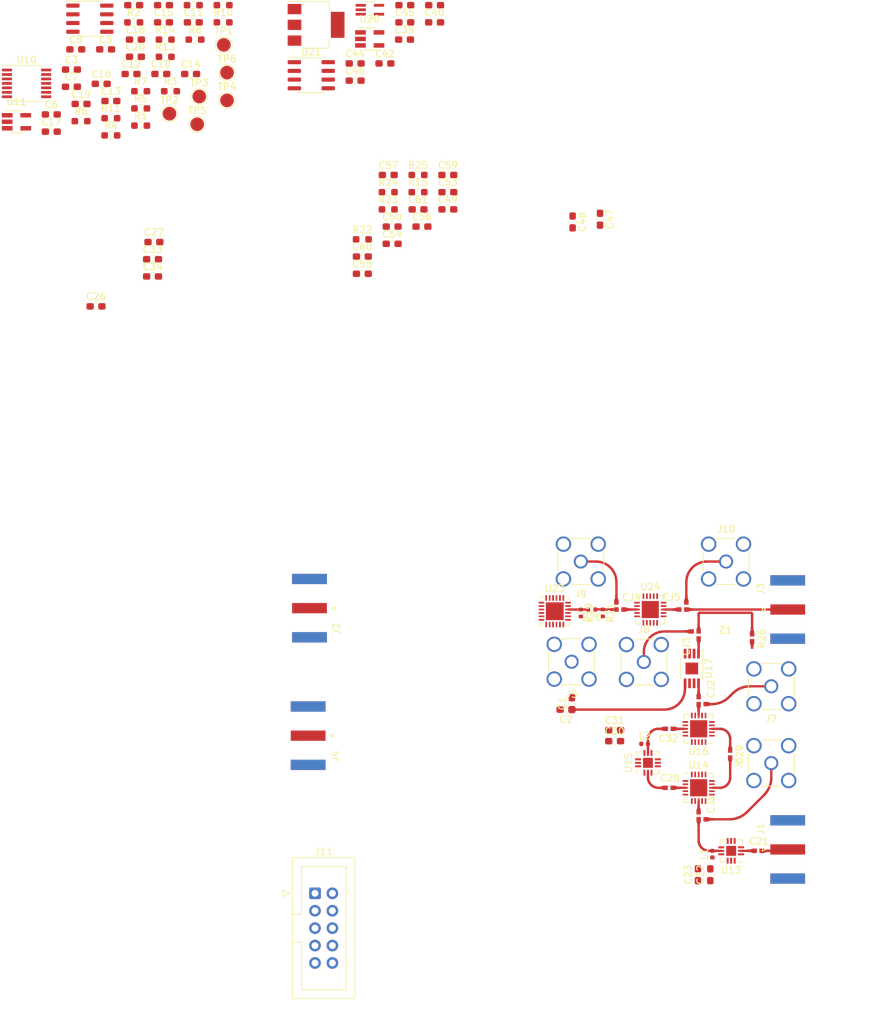
<source format=kicad_pcb>
(kicad_pcb (version 20171130) (host pcbnew "(5.1.9)-1")
  (layers (0 F.Cu signal) (31 B.Cu signal) (34 B.Paste user) (35 F.Paste user) (36 B.SilkS user) (37 F.SilkS user hide) (38 B.Mask user) (39 F.Mask user) (44 Edge.Cuts user))
  (net 0 "")
  (net 1 "Net-(C1-Pad2)")
  (net 2 /ReceiverIF/IF_IN)
  (net 3 "Net-(C2-Pad2)")
  (net 4 "Net-(C3-Pad2)")
  (net 5 "Net-(C3-Pad1)")
  (net 6 "Net-(C4-Pad2)")
  (net 7 "Net-(C4-Pad1)")
  (net 8 "Net-(C5-Pad2)")
  (net 9 GND)
  (net 10 "Net-(C6-Pad2)")
  (net 11 "Net-(C6-Pad1)")
  (net 12 +2V5)
  (net 13 -2V5)
  (net 14 "Net-(C11-Pad2)")
  (net 15 "Net-(C12-Pad2)")
  (net 16 "Net-(C12-Pad1)")
  (net 17 "Net-(C21-Pad2)")
  (net 18 /ReceiverRF/RF_IN)
  (net 19 +5V)
  (net 20 /Connector/SW_CTR2)
  (net 21 /Connector/SW_CTR1)
  (net 22 "Net-(C28-Pad2)")
  (net 23 "Net-(C28-Pad1)")
  (net 24 "Net-(C29-Pad2)")
  (net 25 "Net-(C29-Pad1)")
  (net 26 "Net-(C32-Pad2)")
  (net 27 "Net-(C32-Pad1)")
  (net 28 /ReceiverRF/LO_IN)
  (net 29 -5V)
  (net 30 +6V)
  (net 31 +3V3)
  (net 32 "Net-(C53-Pad1)")
  (net 33 "Net-(C59-Pad1)")
  (net 34 /Transmitter/VCO_TUNE_IN)
  (net 35 /Transmitter/RF_OUT)
  (net 36 /ReceiverIF/IF_OUT)
  (net 37 /Connector/SDA)
  (net 38 /Connector/PDET)
  (net 39 /Connector/SCL)
  (net 40 /Connector/PA_EN)
  (net 41 "Net-(R3-Pad1)")
  (net 42 "Net-(R4-Pad1)")
  (net 43 "Net-(R19-Pad1)")
  (net 44 "Net-(R26-Pad2)")
  (net 45 "Net-(CJ1-Pad3)")
  (net 46 "Net-(CJ1-Pad1)")
  (net 47 "Net-(CJ1-Pad2)")
  (net 48 "Net-(CJ2-Pad3)")
  (net 49 "Net-(CJ2-Pad1)")
  (net 50 "Net-(CJ2-Pad2)")
  (net 51 "Net-(CJ3-Pad3)")
  (net 52 "Net-(CJ3-Pad2)")
  (net 53 "Net-(CJ4-Pad3)")
  (net 54 "Net-(CJ4-Pad1)")
  (net 55 "Net-(CJ4-Pad2)")
  (net 56 "Net-(CJ5-Pad3)")
  (net 57 "Net-(CJ5-Pad1)")
  (net 58 "Net-(CJ5-Pad2)")
  (module Connector_IDC:IDC-Header_2x05_P2.54mm_Vertical (layer F.Cu) (at 106 81)
    (fp_text reference J11 (at 1.27 -6.1) (layer F.SilkS))
    (fp_text value Conn_02x05_Odd_Even)
    (pad 10 thru_hole circle (at 2.54 10.16) (size 1.7 1.7) (drill 1) (layers *.Cu *.Mask) (net 40 /Connector/PA_EN))
    (pad 8 thru_hole circle (at 2.54 7.62) (size 1.7 1.7) (drill 1) (layers *.Cu *.Mask) (net 38 /Connector/PDET))
    (pad 6 thru_hole circle (at 2.54 5.08) (size 1.7 1.7) (drill 1) (layers *.Cu *.Mask) (net 39 /Connector/SCL))
    (pad 4 thru_hole circle (at 2.54 2.54) (size 1.7 1.7) (drill 1) (layers *.Cu *.Mask) (net 37 /Connector/SDA))
    (pad 2 thru_hole circle (at 2.54 0) (size 1.7 1.7) (drill 1) (layers *.Cu *.Mask) (net 29 -5V))
    (pad 9 thru_hole circle (at 0 10.16) (size 1.7 1.7) (drill 1) (layers *.Cu *.Mask) (net 9 GND))
    (pad 7 thru_hole circle (at 0 7.62) (size 1.7 1.7) (drill 1) (layers *.Cu *.Mask) (net 20 /Connector/SW_CTR2))
    (pad 5 thru_hole circle (at 0 5.08) (size 1.7 1.7) (drill 1) (layers *.Cu *.Mask) (net 21 /Connector/SW_CTR1))
    (pad 3 thru_hole circle (at 0 2.54) (size 1.7 1.7) (drill 1) (layers *.Cu *.Mask) (net 30 +6V))
    (pad 1 thru_hole roundrect (at 0 0) (size 1.7 1.7) (drill 1) (layers *.Cu *.Mask) (roundrect_rratio 0.147059) (net 9 GND))
  )
  (module Connector_Coaxial:SMA_Amphenol_901-144_Vertical (layer F.Cu) (at 154 47.25)
    (fp_text reference J8 (at 0 -4.75) (layer F.SilkS))
    (fp_text value Conn_Coaxial)
    (pad 2 thru_hole circle (at -2.54 2.54) (size 2.25 2.25) (drill 1.7) (layers *.Cu *.Mask) (net 9 GND))
    (pad 2 thru_hole circle (at -2.54 -2.54) (size 2.25 2.25) (drill 1.7) (layers *.Cu *.Mask) (net 9 GND))
    (pad 2 thru_hole circle (at 2.54 -2.54) (size 2.25 2.25) (drill 1.7) (layers *.Cu *.Mask) (net 9 GND))
    (pad 2 thru_hole circle (at 2.54 2.54) (size 2.25 2.25) (drill 1.7) (layers *.Cu *.Mask) (net 9 GND))
    (pad 1 thru_hole circle (at 0 0) (size 2.05 2.05) (drill 1.5) (layers *.Cu *.Mask) (net 51 "Net-(CJ3-Pad3)"))
  )
  (module own:0402_Jumper_Tapered (layer F.Cu) (at 150.8 39.6)
    (fp_text reference CJ4 (at 1.4 -1.8 180) (layer F.SilkS))
    (fp_text value 100pF)
    (pad 3 smd rect (at -0.8 -1.03 270) (size 0.63 0.63) (layers F.Cu F.Paste F.Mask) (net 53 "Net-(CJ4-Pad3)"))
    (pad 3 smd rect (at -0.8 -1.945 270) (size 0.349374 0.349374) (layers F.Cu) (net 53 "Net-(CJ4-Pad3)"))
    (pad 3 smd custom (at -0.8 -1.03 270) (size 0.63 0.63) (layers F.Cu) (net 53 "Net-(CJ4-Pad3)") (options (clearance outline) (anchor rect)) (primitives (gr_poly (pts (xy 0.315 -0.315) (xy -0.315 -0.315) (xy -0.740313 -0.174687) (xy -1.089687 -0.174687) (xy -1.089687 0.174687) (xy -0.740313 0.174687) (xy -0.315 0.315) (xy 0.315 0.315)) (width 0))))
    (pad 1 smd custom (at -0.8 0) (size 0.63 0.63) (layers F.Cu) (net 54 "Net-(CJ4-Pad1)") (options (clearance outline) (anchor rect)) (primitives (gr_poly (pts (xy 0.315 -0.315) (xy -0.315 -0.315) (xy -0.740313 -0.174687) (xy -1.089687 -0.174687) (xy -1.089687 0.174687) (xy -0.740313 0.174687) (xy -0.315 0.315) (xy 0.315 0.315)) (width 0))))
    (pad 1 smd rect (at -1.715 0) (size 0.349374 0.349374) (layers F.Cu) (net 54 "Net-(CJ4-Pad1)"))
    (pad 2 smd rect (at 1.145 0 180) (size 0.349374 0.349374) (layers F.Cu) (net 55 "Net-(CJ4-Pad2)"))
    (pad 2 smd custom (at 0.23 0 180) (size 0.63 0.63) (layers F.Cu) (net 55 "Net-(CJ4-Pad2)") (options (clearance outline) (anchor rect)) (primitives (gr_poly (pts (xy 0.315 -0.315) (xy -0.315 -0.315) (xy -0.740313 -0.174687) (xy -1.089687 -0.174687) (xy -1.089687 0.174687) (xy -0.740313 0.174687) (xy -0.315 0.315) (xy 0.315 0.315)) (width 0))))
    (pad 1 smd rect (at -0.8 0 180) (size 0.63 0.63) (layers F.Cu F.Paste F.Mask) (net 54 "Net-(CJ4-Pad1)"))
    (pad 2 smd rect (at 0.23 0 180) (size 0.63 0.63) (layers F.Cu F.Paste F.Mask) (net 55 "Net-(CJ4-Pad2)"))
  )
  (module Connector_Coaxial:SMA_Amphenol_132289_EdgeMount (layer F.Cu) (at 175 39.6)
    (fp_text reference J3 (at -3.96 -3 90) (layer F.SilkS))
    (fp_text value "Transmit Antenna")
    (pad 1 smd rect (at 0 0 90) (size 1.5 5.08) (layers F.Cu F.Paste F.Mask) (net 35 /Transmitter/RF_OUT))
    (pad 2 smd rect (at 0 -4.25 90) (size 1.5 5.08) (layers F.Cu F.Paste F.Mask) (net 9 GND))
    (pad 2 smd rect (at 0 4.25 90) (size 1.5 5.08) (layers F.Cu F.Paste F.Mask) (net 9 GND))
    (pad 2 smd rect (at 0 -4.25 90) (size 1.5 5.08) (layers B.Cu B.Paste B.Mask) (net 9 GND))
    (pad 2 smd rect (at 0 4.25 90) (size 1.5 5.08) (layers B.Cu B.Paste B.Mask) (net 9 GND))
  )
  (module own:0402_Tapered (layer F.Cu) (at 169.8 44.23 270)
    (fp_text reference R26 (at -0.4 -1.4 90) (layer F.SilkS))
    (fp_text value 50R)
    (pad 2 smd rect (at -1.03 0 90) (size 0.63 0.63) (layers F.Cu F.Paste F.Mask) (net 44 "Net-(R26-Pad2)"))
    (pad 1 smd rect (at 0 0 90) (size 0.63 0.63) (layers F.Cu F.Paste F.Mask) (net 9 GND))
    (pad 2 smd custom (at -1.03 0 90) (size 0.63 0.63) (layers F.Cu) (net 44 "Net-(R26-Pad2)") (options (clearance outline) (anchor rect)) (primitives (gr_poly (pts (xy -0.315 -0.315) (xy 0.315 -0.315) (xy 0.740313 -0.174687) (xy 1.089687 -0.174687) (xy 1.089687 0.174687) (xy 0.740313 0.174687) (xy 0.315 0.315) (xy -0.315 0.315)) (width 0))))
    (pad 2 smd rect (at -1.945 0 90) (size 0.349374 0.349374) (layers F.Cu) (net 44 "Net-(R26-Pad2)"))
    (pad 1 smd rect (at 0.915 0 270) (size 0.349374 0.349374) (layers F.Cu) (net 9 GND))
    (pad 1 smd custom (at 0 0 270) (size 0.63 0.63) (layers F.Cu) (net 9 GND) (options (clearance outline) (anchor rect)) (primitives (gr_poly (pts (xy -0.315 -0.315) (xy 0.315 -0.315) (xy 0.740313 -0.174687) (xy 1.089687 -0.174687) (xy 1.089687 0.174687) (xy 0.740313 0.174687) (xy 0.315 0.315) (xy -0.315 0.315)) (width 0))))
  )
  (module own:0402_Jumper_Tapered (layer F.Cu) (at 160.2 39.6)
    (fp_text reference CJ5 (at -2.2 -1.8) (layer F.SilkS))
    (fp_text value 100pF)
    (pad 3 smd rect (at 0 -1.03 90) (size 0.63 0.63) (layers F.Cu F.Paste F.Mask) (net 56 "Net-(CJ5-Pad3)"))
    (pad 3 smd rect (at 0 -1.945 90) (size 0.349374 0.349374) (layers F.Cu) (net 56 "Net-(CJ5-Pad3)"))
    (pad 3 smd custom (at 0 -1.03 90) (size 0.63 0.63) (layers F.Cu) (net 56 "Net-(CJ5-Pad3)") (options (clearance outline) (anchor rect)) (primitives (gr_poly (pts (xy -0.315 -0.315) (xy 0.315 -0.315) (xy 0.740313 -0.174687) (xy 1.089687 -0.174687) (xy 1.089687 0.174687) (xy 0.740313 0.174687) (xy 0.315 0.315) (xy -0.315 0.315)) (width 0))))
    (pad 1 smd custom (at 0 0) (size 0.63 0.63) (layers F.Cu) (net 57 "Net-(CJ5-Pad1)") (options (clearance outline) (anchor rect)) (primitives (gr_poly (pts (xy -0.315 -0.315) (xy 0.315 -0.315) (xy 0.740313 -0.174687) (xy 1.089687 -0.174687) (xy 1.089687 0.174687) (xy 0.740313 0.174687) (xy 0.315 0.315) (xy -0.315 0.315)) (width 0))))
    (pad 1 smd rect (at 0.915 0) (size 0.349374 0.349374) (layers F.Cu) (net 57 "Net-(CJ5-Pad1)"))
    (pad 2 smd rect (at -1.945 0 180) (size 0.349374 0.349374) (layers F.Cu) (net 58 "Net-(CJ5-Pad2)"))
    (pad 2 smd custom (at -1.03 0 180) (size 0.63 0.63) (layers F.Cu) (net 58 "Net-(CJ5-Pad2)") (options (clearance outline) (anchor rect)) (primitives (gr_poly (pts (xy -0.315 -0.315) (xy 0.315 -0.315) (xy 0.740313 -0.174687) (xy 1.089687 -0.174687) (xy 1.089687 0.174687) (xy 0.740313 0.174687) (xy 0.315 0.315) (xy -0.315 0.315)) (width 0))))
    (pad 1 smd rect (at 0 0 180) (size 0.63 0.63) (layers F.Cu F.Paste F.Mask) (net 57 "Net-(CJ5-Pad1)"))
    (pad 2 smd rect (at -1.03 0 180) (size 0.63 0.63) (layers F.Cu F.Paste F.Mask) (net 58 "Net-(CJ5-Pad2)"))
  )
  (module own:0402_Jumper_Tapered (layer F.Cu) (at 162 42.8 90)
    (fp_text reference CJ3 (at -2.2 -1.8 90) (layer F.SilkS))
    (fp_text value 100pF)
    (pad 3 smd rect (at 0 -1.03 180) (size 0.63 0.63) (layers F.Cu F.Paste F.Mask) (net 51 "Net-(CJ3-Pad3)"))
    (pad 3 smd rect (at 0 -1.945 180) (size 0.349374 0.349374) (layers F.Cu) (net 51 "Net-(CJ3-Pad3)"))
    (pad 3 smd custom (at 0 -1.03 180) (size 0.63 0.63) (layers F.Cu) (net 51 "Net-(CJ3-Pad3)") (options (clearance outline) (anchor rect)) (primitives (gr_poly (pts (xy -0.315 -0.315) (xy 0.315 -0.315) (xy 0.740313 -0.174687) (xy 1.089687 -0.174687) (xy 1.089687 0.174687) (xy 0.740313 0.174687) (xy 0.315 0.315) (xy -0.315 0.315)) (width 0))))
    (pad 1 smd custom (at 0 0 90) (size 0.63 0.63) (layers F.Cu) (net 28 /ReceiverRF/LO_IN) (options (clearance outline) (anchor rect)) (primitives (gr_poly (pts (xy -0.315 -0.315) (xy 0.315 -0.315) (xy 0.740313 -0.174687) (xy 1.089687 -0.174687) (xy 1.089687 0.174687) (xy 0.740313 0.174687) (xy 0.315 0.315) (xy -0.315 0.315)) (width 0))))
    (pad 1 smd rect (at 0.915 0 90) (size 0.349374 0.349374) (layers F.Cu) (net 28 /ReceiverRF/LO_IN))
    (pad 2 smd rect (at -1.945 0 270) (size 0.349374 0.349374) (layers F.Cu) (net 52 "Net-(CJ3-Pad2)"))
    (pad 2 smd custom (at -1.03 0 270) (size 0.63 0.63) (layers F.Cu) (net 52 "Net-(CJ3-Pad2)") (options (clearance outline) (anchor rect)) (primitives (gr_poly (pts (xy -0.315 -0.315) (xy 0.315 -0.315) (xy 0.740313 -0.174687) (xy 1.089687 -0.174687) (xy 1.089687 0.174687) (xy 0.740313 0.174687) (xy 0.315 0.315) (xy -0.315 0.315)) (width 0))))
    (pad 1 smd rect (at 0 0 270) (size 0.63 0.63) (layers F.Cu F.Paste F.Mask) (net 28 /ReceiverRF/LO_IN))
    (pad 2 smd rect (at -1.03 0 270) (size 0.63 0.63) (layers F.Cu F.Paste F.Mask) (net 52 "Net-(CJ3-Pad2)"))
  )
  (module own:0402_Jumper_Tapered (layer F.Cu) (at 162 53.4 270)
    (fp_text reference CJ2 (at -2.2 -1.8 90) (layer F.SilkS))
    (fp_text value 100pF)
    (pad 3 smd rect (at 0 -1.03) (size 0.63 0.63) (layers F.Cu F.Paste F.Mask) (net 48 "Net-(CJ2-Pad3)"))
    (pad 3 smd rect (at 0 -1.945) (size 0.349374 0.349374) (layers F.Cu) (net 48 "Net-(CJ2-Pad3)"))
    (pad 3 smd custom (at 0 -1.03) (size 0.63 0.63) (layers F.Cu) (net 48 "Net-(CJ2-Pad3)") (options (clearance outline) (anchor rect)) (primitives (gr_poly (pts (xy -0.315 -0.315) (xy 0.315 -0.315) (xy 0.740313 -0.174687) (xy 1.089687 -0.174687) (xy 1.089687 0.174687) (xy 0.740313 0.174687) (xy 0.315 0.315) (xy -0.315 0.315)) (width 0))))
    (pad 1 smd custom (at 0 0 270) (size 0.63 0.63) (layers F.Cu) (net 49 "Net-(CJ2-Pad1)") (options (clearance outline) (anchor rect)) (primitives (gr_poly (pts (xy -0.315 -0.315) (xy 0.315 -0.315) (xy 0.740313 -0.174687) (xy 1.089687 -0.174687) (xy 1.089687 0.174687) (xy 0.740313 0.174687) (xy 0.315 0.315) (xy -0.315 0.315)) (width 0))))
    (pad 1 smd rect (at 0.915 0 270) (size 0.349374 0.349374) (layers F.Cu) (net 49 "Net-(CJ2-Pad1)"))
    (pad 2 smd rect (at -1.945 0 90) (size 0.349374 0.349374) (layers F.Cu) (net 50 "Net-(CJ2-Pad2)"))
    (pad 2 smd custom (at -1.03 0 90) (size 0.63 0.63) (layers F.Cu) (net 50 "Net-(CJ2-Pad2)") (options (clearance outline) (anchor rect)) (primitives (gr_poly (pts (xy -0.315 -0.315) (xy 0.315 -0.315) (xy 0.740313 -0.174687) (xy 1.089687 -0.174687) (xy 1.089687 0.174687) (xy 0.740313 0.174687) (xy 0.315 0.315) (xy -0.315 0.315)) (width 0))))
    (pad 1 smd rect (at 0 0 90) (size 0.63 0.63) (layers F.Cu F.Paste F.Mask) (net 49 "Net-(CJ2-Pad1)"))
    (pad 2 smd rect (at -1.03 0 90) (size 0.63 0.63) (layers F.Cu F.Paste F.Mask) (net 50 "Net-(CJ2-Pad2)"))
  )
  (module own:0402_Jumper_Tapered (layer F.Cu) (at 162 70.2 270)
    (fp_text reference CJ1 (at -2.2 -1.8 90) (layer F.SilkS))
    (fp_text value 100pF)
    (pad 3 smd rect (at 0 -1.03) (size 0.63 0.63) (layers F.Cu F.Paste F.Mask) (net 45 "Net-(CJ1-Pad3)"))
    (pad 3 smd rect (at 0 -1.945) (size 0.349374 0.349374) (layers F.Cu) (net 45 "Net-(CJ1-Pad3)"))
    (pad 3 smd custom (at 0 -1.03) (size 0.63 0.63) (layers F.Cu) (net 45 "Net-(CJ1-Pad3)") (options (clearance outline) (anchor rect)) (primitives (gr_poly (pts (xy -0.315 -0.315) (xy 0.315 -0.315) (xy 0.740313 -0.174687) (xy 1.089687 -0.174687) (xy 1.089687 0.174687) (xy 0.740313 0.174687) (xy 0.315 0.315) (xy -0.315 0.315)) (width 0))))
    (pad 1 smd custom (at 0 0 270) (size 0.63 0.63) (layers F.Cu) (net 46 "Net-(CJ1-Pad1)") (options (clearance outline) (anchor rect)) (primitives (gr_poly (pts (xy -0.315 -0.315) (xy 0.315 -0.315) (xy 0.740313 -0.174687) (xy 1.089687 -0.174687) (xy 1.089687 0.174687) (xy 0.740313 0.174687) (xy 0.315 0.315) (xy -0.315 0.315)) (width 0))))
    (pad 1 smd rect (at 0.915 0 270) (size 0.349374 0.349374) (layers F.Cu) (net 46 "Net-(CJ1-Pad1)"))
    (pad 2 smd rect (at -1.945 0 90) (size 0.349374 0.349374) (layers F.Cu) (net 47 "Net-(CJ1-Pad2)"))
    (pad 2 smd custom (at -1.03 0 90) (size 0.63 0.63) (layers F.Cu) (net 47 "Net-(CJ1-Pad2)") (options (clearance outline) (anchor rect)) (primitives (gr_poly (pts (xy -0.315 -0.315) (xy 0.315 -0.315) (xy 0.740313 -0.174687) (xy 1.089687 -0.174687) (xy 1.089687 0.174687) (xy 0.740313 0.174687) (xy 0.315 0.315) (xy -0.315 0.315)) (width 0))))
    (pad 1 smd rect (at 0 0 90) (size 0.63 0.63) (layers F.Cu F.Paste F.Mask) (net 46 "Net-(CJ1-Pad1)"))
    (pad 2 smd rect (at -1.03 0 90) (size 0.63 0.63) (layers F.Cu F.Paste F.Mask) (net 47 "Net-(CJ1-Pad2)"))
  )
  (module own:0402_Tapered (layer F.Cu) (at 157.2 57 180)
    (fp_text reference C32 (at -0.4 -1.4) (layer F.SilkS))
    (fp_text value 100pF)
    (pad 2 smd rect (at -1.03 0) (size 0.63 0.63) (layers F.Cu F.Paste F.Mask) (net 26 "Net-(C32-Pad2)"))
    (pad 1 smd rect (at 0 0) (size 0.63 0.63) (layers F.Cu F.Paste F.Mask) (net 27 "Net-(C32-Pad1)"))
    (pad 2 smd custom (at -1.03 0) (size 0.63 0.63) (layers F.Cu) (net 26 "Net-(C32-Pad2)") (options (clearance outline) (anchor rect)) (primitives (gr_poly (pts (xy -0.315 -0.315) (xy 0.315 -0.315) (xy 0.740313 -0.174687) (xy 1.089687 -0.174687) (xy 1.089687 0.174687) (xy 0.740313 0.174687) (xy 0.315 0.315) (xy -0.315 0.315)) (width 0))))
    (pad 2 smd rect (at -1.945 0) (size 0.349374 0.349374) (layers F.Cu) (net 26 "Net-(C32-Pad2)"))
    (pad 1 smd rect (at 0.915 0 180) (size 0.349374 0.349374) (layers F.Cu) (net 27 "Net-(C32-Pad1)"))
    (pad 1 smd custom (at 0 0 180) (size 0.63 0.63) (layers F.Cu) (net 27 "Net-(C32-Pad1)") (options (clearance outline) (anchor rect)) (primitives (gr_poly (pts (xy -0.315 -0.315) (xy 0.315 -0.315) (xy 0.740313 -0.174687) (xy 1.089687 -0.174687) (xy 1.089687 0.174687) (xy 0.740313 0.174687) (xy 0.315 0.315) (xy -0.315 0.315)) (width 0))))
  )
  (module own:0402_Tapered (layer F.Cu) (at 166.6 61.2 270)
    (fp_text reference C29 (at -0.4 -1.4 90) (layer F.SilkS))
    (fp_text value 100pF)
    (pad 2 smd rect (at -1.03 0 90) (size 0.63 0.63) (layers F.Cu F.Paste F.Mask) (net 24 "Net-(C29-Pad2)"))
    (pad 1 smd rect (at 0 0 90) (size 0.63 0.63) (layers F.Cu F.Paste F.Mask) (net 25 "Net-(C29-Pad1)"))
    (pad 2 smd custom (at -1.03 0 90) (size 0.63 0.63) (layers F.Cu) (net 24 "Net-(C29-Pad2)") (options (clearance outline) (anchor rect)) (primitives (gr_poly (pts (xy -0.315 -0.315) (xy 0.315 -0.315) (xy 0.740313 -0.174687) (xy 1.089687 -0.174687) (xy 1.089687 0.174687) (xy 0.740313 0.174687) (xy 0.315 0.315) (xy -0.315 0.315)) (width 0))))
    (pad 2 smd rect (at -1.945 0 90) (size 0.349374 0.349374) (layers F.Cu) (net 24 "Net-(C29-Pad2)"))
    (pad 1 smd rect (at 0.915 0 270) (size 0.349374 0.349374) (layers F.Cu) (net 25 "Net-(C29-Pad1)"))
    (pad 1 smd custom (at 0 0 270) (size 0.63 0.63) (layers F.Cu) (net 25 "Net-(C29-Pad1)") (options (clearance outline) (anchor rect)) (primitives (gr_poly (pts (xy -0.315 -0.315) (xy 0.315 -0.315) (xy 0.740313 -0.174687) (xy 1.089687 -0.174687) (xy 1.089687 0.174687) (xy 0.740313 0.174687) (xy 0.315 0.315) (xy -0.315 0.315)) (width 0))))
  )
  (module own:0402_Tapered (layer F.Cu) (at 158.2 65.6)
    (fp_text reference C28 (at -0.4 -1.4) (layer F.SilkS))
    (fp_text value 100pF)
    (pad 2 smd rect (at -1.03 0 180) (size 0.63 0.63) (layers F.Cu F.Paste F.Mask) (net 22 "Net-(C28-Pad2)"))
    (pad 1 smd rect (at 0 0 180) (size 0.63 0.63) (layers F.Cu F.Paste F.Mask) (net 23 "Net-(C28-Pad1)"))
    (pad 2 smd custom (at -1.03 0 180) (size 0.63 0.63) (layers F.Cu) (net 22 "Net-(C28-Pad2)") (options (clearance outline) (anchor rect)) (primitives (gr_poly (pts (xy -0.315 -0.315) (xy 0.315 -0.315) (xy 0.740313 -0.174687) (xy 1.089687 -0.174687) (xy 1.089687 0.174687) (xy 0.740313 0.174687) (xy 0.315 0.315) (xy -0.315 0.315)) (width 0))))
    (pad 2 smd rect (at -1.945 0 180) (size 0.349374 0.349374) (layers F.Cu) (net 22 "Net-(C28-Pad2)"))
    (pad 1 smd rect (at 0.915 0) (size 0.349374 0.349374) (layers F.Cu) (net 23 "Net-(C28-Pad1)"))
    (pad 1 smd custom (at 0 0) (size 0.63 0.63) (layers F.Cu) (net 23 "Net-(C28-Pad1)") (options (clearance outline) (anchor rect)) (primitives (gr_poly (pts (xy -0.315 -0.315) (xy 0.315 -0.315) (xy 0.740313 -0.174687) (xy 1.089687 -0.174687) (xy 1.089687 0.174687) (xy 0.740313 0.174687) (xy 0.315 0.315) (xy -0.315 0.315)) (width 0))))
  )
  (module own:0402_Tapered (layer F.Cu) (at 171.2 74.8)
    (fp_text reference C21 (at -0.4 -1.4) (layer F.SilkS))
    (fp_text value 100pF)
    (pad 2 smd rect (at -1.03 0 180) (size 0.63 0.63) (layers F.Cu F.Paste F.Mask) (net 17 "Net-(C21-Pad2)"))
    (pad 1 smd rect (at 0 0 180) (size 0.63 0.63) (layers F.Cu F.Paste F.Mask) (net 18 /ReceiverRF/RF_IN))
    (pad 2 smd custom (at -1.03 0 180) (size 0.63 0.63) (layers F.Cu) (net 17 "Net-(C21-Pad2)") (options (clearance outline) (anchor rect)) (primitives (gr_poly (pts (xy -0.315 -0.315) (xy 0.315 -0.315) (xy 0.740313 -0.174687) (xy 1.089687 -0.174687) (xy 1.089687 0.174687) (xy 0.740313 0.174687) (xy 0.315 0.315) (xy -0.315 0.315)) (width 0))))
    (pad 2 smd rect (at -1.945 0 180) (size 0.349374 0.349374) (layers F.Cu) (net 17 "Net-(C21-Pad2)"))
    (pad 1 smd rect (at 0.915 0) (size 0.349374 0.349374) (layers F.Cu) (net 18 /ReceiverRF/RF_IN))
    (pad 1 smd custom (at 0 0) (size 0.63 0.63) (layers F.Cu) (net 18 /ReceiverRF/RF_IN) (options (clearance outline) (anchor rect)) (primitives (gr_poly (pts (xy -0.315 -0.315) (xy 0.315 -0.315) (xy 0.740313 -0.174687) (xy 1.089687 -0.174687) (xy 1.089687 0.174687) (xy 0.740313 0.174687) (xy 0.315 0.315) (xy -0.315 0.315)) (width 0))))
  )
  (module Capacitor_SMD:C_0603_1608Metric_Pad1.08x0.95mm_HandSolder (layer F.Cu) (at 143.6 -16.9375 270)
    (fp_text reference C48 (at 0 -1.43 90) (layer F.SilkS))
    (fp_text value 100n)
    (pad 2 smd roundrect (at 0.8625 0 270) (size 1.075 0.95) (layers F.Cu F.Paste F.Mask) (net 9 GND))
    (pad 1 smd roundrect (at -0.8625 0 270) (size 1.075 0.95) (layers F.Cu F.Paste F.Mask) (net 19 +5V))
  )
  (module Capacitor_SMD:C_0603_1608Metric_Pad1.08x0.95mm_HandSolder (layer F.Cu) (at 147.6 -17.3375 270)
    (fp_text reference C47 (at 0 -1.43 90) (layer F.SilkS))
    (fp_text value 100n)
    (pad 2 smd roundrect (at 0.8625 0 270) (size 1.075 0.95) (layers F.Cu F.Paste F.Mask) (net 9 GND))
    (pad 1 smd roundrect (at -0.8625 0 270) (size 1.075 0.95) (layers F.Cu F.Paste F.Mask) (net 19 +5V))
  )
  (module own:Coupler_13dB (layer F.Cu) (at 165.9 39.6)
    (fp_text reference Z1 (at 0 3) (layer F.SilkS))
    (fp_text value Coupler_13dB)
    (pad 4 smd rect (at 3.7 0.476) (size 0.35 0.35) (layers F.Cu F.Mask) (net 44 "Net-(R26-Pad2)"))
    (pad 3 smd rect (at -3.7 0.476) (size 0.35 0.35) (layers F.Cu F.Mask) (net 28 /ReceiverRF/LO_IN))
    (pad 2 smd rect (at 3.7 0) (size 0.35 0.35) (layers F.Cu F.Mask) (net 35 /Transmitter/RF_OUT))
    (pad 1 smd rect (at -3.7 0) (size 0.35 0.35) (layers F.Cu F.Mask) (net 57 "Net-(CJ5-Pad1)"))
    (pad "" smd rect (at 0 0.476) (size 7.05 0.35) (layers F.Cu F.Mask))
    (pad "" smd rect (at 0 0) (size 7.05 0.35) (layers F.Cu F.Mask))
  )
  (module Package_DFN_QFN:QFN-20-1EP_4x4mm_P0.5mm_EP2.5x2.5mm (layer F.Cu) (at 154.9375 39.6)
    (fp_text reference U24 (at 0 -3.3) (layer F.SilkS))
    (fp_text value RFPA5542)
    (pad 21 smd rect (at 0 0) (size 2.5 2.5) (layers F.Cu F.Mask) (net 9 GND))
    (pad 20 smd roundrect (at -1 -1.9375) (size 0.25 0.825) (layers F.Cu F.Paste F.Mask) (net 19 +5V))
    (pad 19 smd roundrect (at -0.5 -1.9375) (size 0.25 0.825) (layers F.Cu F.Paste F.Mask) (net 19 +5V))
    (pad 18 smd roundrect (at 0 -1.9375) (size 0.25 0.825) (layers F.Cu F.Paste F.Mask) (net 19 +5V))
    (pad 17 smd roundrect (at 0.5 -1.9375) (size 0.25 0.825) (layers F.Cu F.Paste F.Mask) (net 9 GND))
    (pad 16 smd roundrect (at 1 -1.9375) (size 0.25 0.825) (layers F.Cu F.Paste F.Mask) (net 9 GND))
    (pad 15 smd roundrect (at 1.9375 -1) (size 0.825 0.25) (layers F.Cu F.Paste F.Mask) (net 9 GND))
    (pad 14 smd roundrect (at 1.9375 -0.5) (size 0.825 0.25) (layers F.Cu F.Paste F.Mask) (net 9 GND))
    (pad 13 smd roundrect (at 1.9375 0) (size 0.825 0.25) (layers F.Cu F.Paste F.Mask) (net 58 "Net-(CJ5-Pad2)"))
    (pad 12 smd roundrect (at 1.9375 0.5) (size 0.825 0.25) (layers F.Cu F.Paste F.Mask) (net 9 GND))
    (pad 11 smd roundrect (at 1.9375 1) (size 0.825 0.25) (layers F.Cu F.Paste F.Mask) (net 9 GND))
    (pad 10 smd roundrect (at 1 1.9375) (size 0.25 0.825) (layers F.Cu F.Paste F.Mask) (net 33 "Net-(C59-Pad1)"))
    (pad 9 smd roundrect (at 0.5 1.9375) (size 0.25 0.825) (layers F.Cu F.Paste F.Mask))
    (pad 8 smd roundrect (at 0 1.9375) (size 0.25 0.825) (layers F.Cu F.Paste F.Mask))
    (pad 7 smd roundrect (at -0.5 1.9375) (size 0.25 0.825) (layers F.Cu F.Paste F.Mask))
    (pad 6 smd roundrect (at -1 1.9375) (size 0.25 0.825) (layers F.Cu F.Paste F.Mask))
    (pad 5 smd roundrect (at -1.9375 1) (size 0.825 0.25) (layers F.Cu F.Paste F.Mask) (net 32 "Net-(C53-Pad1)"))
    (pad 4 smd roundrect (at -1.9375 0.5) (size 0.825 0.25) (layers F.Cu F.Paste F.Mask) (net 9 GND))
    (pad 3 smd roundrect (at -1.9375 0) (size 0.825 0.25) (layers F.Cu F.Paste F.Mask) (net 55 "Net-(CJ4-Pad2)"))
    (pad 2 smd roundrect (at -1.9375 -0.5) (size 0.825 0.25) (layers F.Cu F.Paste F.Mask) (net 9 GND))
    (pad 1 smd roundrect (at -1.9375 -1) (size 0.825 0.25) (layers F.Cu F.Paste F.Mask))
  )
  (module Package_DFN_QFN:QFN-24-1EP_4x4mm_P0.5mm_EP2.6x2.6mm (layer F.Cu) (at 141 39.85)
    (fp_text reference U23 (at 0 -3.3) (layer F.SilkS))
    (fp_text value HMC430)
    (pad 25 smd rect (at 0 0) (size 2.6 2.6) (layers F.Cu F.Mask) (net 9 GND))
    (pad 24 smd roundrect (at -1.25 -1.9375) (size 0.25 0.825) (layers F.Cu F.Paste F.Mask))
    (pad 23 smd roundrect (at -0.75 -1.9375) (size 0.25 0.825) (layers F.Cu F.Paste F.Mask))
    (pad 22 smd roundrect (at -0.25 -1.9375) (size 0.25 0.825) (layers F.Cu F.Paste F.Mask) (net 34 /Transmitter/VCO_TUNE_IN))
    (pad 21 smd roundrect (at 0.25 -1.9375) (size 0.25 0.825) (layers F.Cu F.Paste F.Mask))
    (pad 20 smd roundrect (at 0.75 -1.9375) (size 0.25 0.825) (layers F.Cu F.Paste F.Mask) (net 31 +3V3))
    (pad 19 smd roundrect (at 1.25 -1.9375) (size 0.25 0.825) (layers F.Cu F.Paste F.Mask))
    (pad 18 smd roundrect (at 1.9375 -1.25) (size 0.825 0.25) (layers F.Cu F.Paste F.Mask))
    (pad 17 smd roundrect (at 1.9375 -0.75) (size 0.825 0.25) (layers F.Cu F.Paste F.Mask))
    (pad 16 smd roundrect (at 1.9375 -0.25) (size 0.825 0.25) (layers F.Cu F.Paste F.Mask) (net 43 "Net-(R19-Pad1)"))
    (pad 15 smd roundrect (at 1.9375 0.25) (size 0.825 0.25) (layers F.Cu F.Paste F.Mask) (net 9 GND))
    (pad 14 smd roundrect (at 1.9375 0.75) (size 0.825 0.25) (layers F.Cu F.Paste F.Mask))
    (pad 13 smd roundrect (at 1.9375 1.25) (size 0.825 0.25) (layers F.Cu F.Paste F.Mask))
    (pad 12 smd roundrect (at 1.25 1.9375) (size 0.25 0.825) (layers F.Cu F.Paste F.Mask))
    (pad 11 smd roundrect (at 0.75 1.9375) (size 0.25 0.825) (layers F.Cu F.Paste F.Mask))
    (pad 10 smd roundrect (at 0.25 1.9375) (size 0.25 0.825) (layers F.Cu F.Paste F.Mask))
    (pad 9 smd roundrect (at -0.25 1.9375) (size 0.25 0.825) (layers F.Cu F.Paste F.Mask))
    (pad 8 smd roundrect (at -0.75 1.9375) (size 0.25 0.825) (layers F.Cu F.Paste F.Mask))
    (pad 7 smd roundrect (at -1.25 1.9375) (size 0.25 0.825) (layers F.Cu F.Paste F.Mask))
    (pad 6 smd roundrect (at -1.9375 1.25) (size 0.825 0.25) (layers F.Cu F.Paste F.Mask))
    (pad 5 smd roundrect (at -1.9375 0.75) (size 0.825 0.25) (layers F.Cu F.Paste F.Mask))
    (pad 4 smd roundrect (at -1.9375 0.25) (size 0.825 0.25) (layers F.Cu F.Paste F.Mask))
    (pad 3 smd roundrect (at -1.9375 -0.25) (size 0.825 0.25) (layers F.Cu F.Paste F.Mask))
    (pad 2 smd roundrect (at -1.9375 -0.75) (size 0.825 0.25) (layers F.Cu F.Paste F.Mask))
    (pad 1 smd roundrect (at -1.9375 -1.25) (size 0.825 0.25) (layers F.Cu F.Paste F.Mask))
  )
  (module Package_SO:SOIC-8_3.9x4.9mm_P1.27mm (layer F.Cu) (at 105.46 -38.34)
    (fp_text reference U21 (at 0 -3.4) (layer F.SilkS))
    (fp_text value L78L33_SO8)
    (pad 8 smd roundrect (at 2.475 -1.905) (size 1.95 0.6) (layers F.Cu F.Paste F.Mask) (net 30 +6V))
    (pad 7 smd roundrect (at 2.475 -0.635) (size 1.95 0.6) (layers F.Cu F.Paste F.Mask) (net 9 GND))
    (pad 6 smd roundrect (at 2.475 0.635) (size 1.95 0.6) (layers F.Cu F.Paste F.Mask) (net 9 GND))
    (pad 5 smd roundrect (at 2.475 1.905) (size 1.95 0.6) (layers F.Cu F.Paste F.Mask))
    (pad 4 smd roundrect (at -2.475 1.905) (size 1.95 0.6) (layers F.Cu F.Paste F.Mask))
    (pad 3 smd roundrect (at -2.475 0.635) (size 1.95 0.6) (layers F.Cu F.Paste F.Mask) (net 9 GND))
    (pad 2 smd roundrect (at -2.475 -0.635) (size 1.95 0.6) (layers F.Cu F.Paste F.Mask) (net 9 GND))
    (pad 1 smd roundrect (at -2.475 -1.905) (size 1.95 0.6) (layers F.Cu F.Paste F.Mask) (net 31 +3V3))
  )
  (module Package_TO_SOT_SMD:SOT-23-5_HandSoldering (layer F.Cu) (at 113.99 -43.64)
    (fp_text reference U20 (at 0 -2.9) (layer F.SilkS))
    (fp_text value MIC5317)
    (pad 5 smd rect (at 1.35 -0.95) (size 1.56 0.65) (layers F.Cu F.Paste F.Mask) (net 12 +2V5))
    (pad 4 smd rect (at 1.35 0.95) (size 1.56 0.65) (layers F.Cu F.Paste F.Mask))
    (pad 3 smd rect (at -1.35 0.95) (size 1.56 0.65) (layers F.Cu F.Paste F.Mask) (net 30 +6V))
    (pad 2 smd rect (at -1.35 0) (size 1.56 0.65) (layers F.Cu F.Paste F.Mask) (net 9 GND))
    (pad 1 smd rect (at -1.35 -0.95) (size 1.56 0.65) (layers F.Cu F.Paste F.Mask) (net 30 +6V))
  )
  (module Package_TO_SOT_SMD:SOT-353_SC-70-5_Handsoldering (layer F.Cu) (at 114.01 -47.89)
    (fp_text reference U19 (at 0 -2) (layer F.SilkS))
    (fp_text value RP117)
    (pad 5 smd rect (at 1.33 -0.65) (size 1.5 0.4) (layers F.Cu F.Paste F.Mask))
    (pad 4 smd rect (at 1.33 0.65) (size 1.5 0.4) (layers F.Cu F.Paste F.Mask) (net 30 +6V))
    (pad 3 smd rect (at -1.33 0.65) (size 1.5 0.4) (layers F.Cu F.Paste F.Mask) (net 13 -2V5))
    (pad 2 smd rect (at -1.33 0) (size 1.5 0.4) (layers F.Cu F.Paste F.Mask) (net 29 -5V))
    (pad 1 smd rect (at -1.33 -0.65) (size 1.5 0.4) (layers F.Cu F.Paste F.Mask) (net 9 GND))
  )
  (module Package_TO_SOT_SMD:SOT-223-3_TabPin2 (layer F.Cu) (at 106.16 -45.69)
    (fp_text reference U18 (at 0 -4.5) (layer F.SilkS))
    (fp_text value AZ1117-5.0)
    (pad 1 smd rect (at -3.15 -2.3) (size 2 1.5) (layers F.Cu F.Paste F.Mask) (net 9 GND))
    (pad 3 smd rect (at -3.15 2.3) (size 2 1.5) (layers F.Cu F.Paste F.Mask) (net 30 +6V))
    (pad 2 smd rect (at -3.15 0) (size 2 1.5) (layers F.Cu F.Paste F.Mask) (net 19 +5V))
    (pad 2 smd rect (at 3.15 0) (size 2 3.8) (layers F.Cu F.Paste F.Mask) (net 19 +5V))
  )
  (module Package_SO:MSOP-8-1EP_3x3mm_P0.65mm_EP1.73x1.85mm (layer F.Cu) (at 161 48.2 270)
    (fp_text reference U17 (at 0 -2.45 90) (layer F.SilkS))
    (fp_text value HMC218BMS8GE)
    (pad 9 smd rect (at 0 0 270) (size 1.73 1.85) (layers F.Cu F.Mask))
    (pad 8 smd roundrect (at 2.1625 -0.975 270) (size 1.425 0.4) (layers F.Cu F.Paste F.Mask) (net 50 "Net-(CJ2-Pad2)"))
    (pad 7 smd roundrect (at 2.1625 -0.325 270) (size 1.425 0.4) (layers F.Cu F.Paste F.Mask) (net 9 GND))
    (pad 6 smd roundrect (at 2.1625 0.325 270) (size 1.425 0.4) (layers F.Cu F.Paste F.Mask) (net 9 GND))
    (pad 5 smd roundrect (at 2.1625 0.975 270) (size 1.425 0.4) (layers F.Cu F.Paste F.Mask) (net 2 /ReceiverIF/IF_IN))
    (pad 4 smd roundrect (at -2.1625 0.975 270) (size 1.425 0.4) (layers F.Cu F.Paste F.Mask))
    (pad 3 smd roundrect (at -2.1625 0.325 270) (size 1.425 0.4) (layers F.Cu F.Paste F.Mask) (net 9 GND))
    (pad 2 smd roundrect (at -2.1625 -0.325 270) (size 1.425 0.4) (layers F.Cu F.Paste F.Mask) (net 9 GND))
    (pad 1 smd roundrect (at -2.1625 -0.975 270) (size 1.425 0.4) (layers F.Cu F.Paste F.Mask) (net 52 "Net-(CJ3-Pad2)"))
  )
  (module Package_DFN_QFN:QFN-20-1EP_4x4mm_P0.5mm_EP2.5x2.5mm (layer F.Cu) (at 162 57 180)
    (fp_text reference U16 (at 0 -3.3) (layer F.SilkS))
    (fp_text value QPC6324)
    (pad 21 smd rect (at 0 0 180) (size 2.5 2.5) (layers F.Cu F.Mask))
    (pad 20 smd roundrect (at -1 -1.9375 180) (size 0.25 0.825) (layers F.Cu F.Paste F.Mask) (net 19 +5V))
    (pad 19 smd roundrect (at -0.5 -1.9375 180) (size 0.25 0.825) (layers F.Cu F.Paste F.Mask) (net 9 GND))
    (pad 18 smd roundrect (at 0 -1.9375 180) (size 0.25 0.825) (layers F.Cu F.Paste F.Mask) (net 9 GND))
    (pad 17 smd roundrect (at 0.5 -1.9375 180) (size 0.25 0.825) (layers F.Cu F.Paste F.Mask) (net 20 /Connector/SW_CTR2))
    (pad 16 smd roundrect (at 1 -1.9375 180) (size 0.25 0.825) (layers F.Cu F.Paste F.Mask) (net 21 /Connector/SW_CTR1))
    (pad 15 smd roundrect (at 1.9375 -1 180) (size 0.825 0.25) (layers F.Cu F.Paste F.Mask) (net 9 GND))
    (pad 14 smd roundrect (at 1.9375 -0.5 180) (size 0.825 0.25) (layers F.Cu F.Paste F.Mask) (net 9 GND))
    (pad 13 smd roundrect (at 1.9375 0 180) (size 0.825 0.25) (layers F.Cu F.Paste F.Mask) (net 26 "Net-(C32-Pad2)"))
    (pad 12 smd roundrect (at 1.9375 0.5 180) (size 0.825 0.25) (layers F.Cu F.Paste F.Mask) (net 9 GND))
    (pad 11 smd roundrect (at 1.9375 1 180) (size 0.825 0.25) (layers F.Cu F.Paste F.Mask) (net 9 GND))
    (pad 10 smd roundrect (at 1 1.9375 180) (size 0.25 0.825) (layers F.Cu F.Paste F.Mask) (net 9 GND))
    (pad 9 smd roundrect (at 0.5 1.9375 180) (size 0.25 0.825) (layers F.Cu F.Paste F.Mask) (net 9 GND))
    (pad 8 smd roundrect (at 0 1.9375 180) (size 0.25 0.825) (layers F.Cu F.Paste F.Mask) (net 49 "Net-(CJ2-Pad1)"))
    (pad 7 smd roundrect (at -0.5 1.9375 180) (size 0.25 0.825) (layers F.Cu F.Paste F.Mask) (net 9 GND))
    (pad 6 smd roundrect (at -1 1.9375 180) (size 0.25 0.825) (layers F.Cu F.Paste F.Mask) (net 9 GND))
    (pad 5 smd roundrect (at -1.9375 1 180) (size 0.825 0.25) (layers F.Cu F.Paste F.Mask) (net 9 GND))
    (pad 4 smd roundrect (at -1.9375 0.5 180) (size 0.825 0.25) (layers F.Cu F.Paste F.Mask) (net 9 GND))
    (pad 3 smd roundrect (at -1.9375 0 180) (size 0.825 0.25) (layers F.Cu F.Paste F.Mask) (net 24 "Net-(C29-Pad2)"))
    (pad 2 smd roundrect (at -1.9375 -0.5 180) (size 0.825 0.25) (layers F.Cu F.Paste F.Mask) (net 9 GND))
    (pad 1 smd roundrect (at -1.9375 -1 180) (size 0.825 0.25) (layers F.Cu F.Paste F.Mask) (net 9 GND))
  )
  (module Package_DFN_QFN:QFN-12-1EP_3x3mm_P0.51mm_EP1.45x1.45mm (layer F.Cu) (at 154.6 61.9625 90)
    (fp_text reference U15 (at 0 -2.82 90) (layer F.SilkS))
    (fp_text value PMA-63GLN+)
    (pad 13 smd rect (at 0 0 90) (size 1.45 1.45) (layers F.Cu F.Mask) (net 9 GND))
    (pad 12 smd roundrect (at -0.51 -1.4375 90) (size 0.3 0.875) (layers F.Cu F.Paste F.Mask))
    (pad 11 smd roundrect (at 0 -1.4375 90) (size 0.3 0.875) (layers F.Cu F.Paste F.Mask))
    (pad 10 smd roundrect (at 0.51 -1.4375 90) (size 0.3 0.875) (layers F.Cu F.Paste F.Mask))
    (pad 9 smd roundrect (at 1.4375 -0.51 90) (size 0.875 0.3) (layers F.Cu F.Paste F.Mask))
    (pad 8 smd roundrect (at 1.4375 0 90) (size 0.875 0.3) (layers F.Cu F.Paste F.Mask) (net 27 "Net-(C32-Pad1)"))
    (pad 7 smd roundrect (at 1.4375 0.51 90) (size 0.875 0.3) (layers F.Cu F.Paste F.Mask))
    (pad 6 smd roundrect (at 0.51 1.4375 90) (size 0.3 0.875) (layers F.Cu F.Paste F.Mask))
    (pad 5 smd roundrect (at 0 1.4375 90) (size 0.3 0.875) (layers F.Cu F.Paste F.Mask))
    (pad 4 smd roundrect (at -0.51 1.4375 90) (size 0.3 0.875) (layers F.Cu F.Paste F.Mask))
    (pad 3 smd roundrect (at -1.4375 0.51 90) (size 0.875 0.3) (layers F.Cu F.Paste F.Mask))
    (pad 2 smd roundrect (at -1.4375 0 90) (size 0.875 0.3) (layers F.Cu F.Paste F.Mask) (net 22 "Net-(C28-Pad2)"))
    (pad 1 smd roundrect (at -1.4375 -0.51 90) (size 0.875 0.3) (layers F.Cu F.Paste F.Mask))
  )
  (module Package_DFN_QFN:QFN-20-1EP_4x4mm_P0.5mm_EP2.5x2.5mm (layer F.Cu) (at 162 65.6)
    (fp_text reference U14 (at 0 -3.3) (layer F.SilkS))
    (fp_text value QPC6324)
    (pad 21 smd rect (at 0 0) (size 2.5 2.5) (layers F.Cu F.Mask))
    (pad 20 smd roundrect (at -1 -1.9375) (size 0.25 0.825) (layers F.Cu F.Paste F.Mask) (net 19 +5V))
    (pad 19 smd roundrect (at -0.5 -1.9375) (size 0.25 0.825) (layers F.Cu F.Paste F.Mask) (net 9 GND))
    (pad 18 smd roundrect (at 0 -1.9375) (size 0.25 0.825) (layers F.Cu F.Paste F.Mask) (net 9 GND))
    (pad 17 smd roundrect (at 0.5 -1.9375) (size 0.25 0.825) (layers F.Cu F.Paste F.Mask) (net 21 /Connector/SW_CTR1))
    (pad 16 smd roundrect (at 1 -1.9375) (size 0.25 0.825) (layers F.Cu F.Paste F.Mask) (net 20 /Connector/SW_CTR2))
    (pad 15 smd roundrect (at 1.9375 -1) (size 0.825 0.25) (layers F.Cu F.Paste F.Mask) (net 9 GND))
    (pad 14 smd roundrect (at 1.9375 -0.5) (size 0.825 0.25) (layers F.Cu F.Paste F.Mask) (net 9 GND))
    (pad 13 smd roundrect (at 1.9375 0) (size 0.825 0.25) (layers F.Cu F.Paste F.Mask) (net 25 "Net-(C29-Pad1)"))
    (pad 12 smd roundrect (at 1.9375 0.5) (size 0.825 0.25) (layers F.Cu F.Paste F.Mask) (net 9 GND))
    (pad 11 smd roundrect (at 1.9375 1) (size 0.825 0.25) (layers F.Cu F.Paste F.Mask) (net 9 GND))
    (pad 10 smd roundrect (at 1 1.9375) (size 0.25 0.825) (layers F.Cu F.Paste F.Mask) (net 9 GND))
    (pad 9 smd roundrect (at 0.5 1.9375) (size 0.25 0.825) (layers F.Cu F.Paste F.Mask) (net 9 GND))
    (pad 8 smd roundrect (at 0 1.9375) (size 0.25 0.825) (layers F.Cu F.Paste F.Mask) (net 47 "Net-(CJ1-Pad2)"))
    (pad 7 smd roundrect (at -0.5 1.9375) (size 0.25 0.825) (layers F.Cu F.Paste F.Mask) (net 9 GND))
    (pad 6 smd roundrect (at -1 1.9375) (size 0.25 0.825) (layers F.Cu F.Paste F.Mask) (net 9 GND))
    (pad 5 smd roundrect (at -1.9375 1) (size 0.825 0.25) (layers F.Cu F.Paste F.Mask) (net 9 GND))
    (pad 4 smd roundrect (at -1.9375 0.5) (size 0.825 0.25) (layers F.Cu F.Paste F.Mask) (net 9 GND))
    (pad 3 smd roundrect (at -1.9375 0) (size 0.825 0.25) (layers F.Cu F.Paste F.Mask) (net 23 "Net-(C28-Pad1)"))
    (pad 2 smd roundrect (at -1.9375 -0.5) (size 0.825 0.25) (layers F.Cu F.Paste F.Mask) (net 9 GND))
    (pad 1 smd roundrect (at -1.9375 -1) (size 0.825 0.25) (layers F.Cu F.Paste F.Mask) (net 9 GND))
  )
  (module Package_DFN_QFN:QFN-12-1EP_3x3mm_P0.51mm_EP1.45x1.45mm (layer F.Cu) (at 166.74 74.8 180)
    (fp_text reference U13 (at 0 -2.82) (layer F.SilkS))
    (fp_text value PMA-63GLN+)
    (pad 13 smd rect (at 0 0 180) (size 1.45 1.45) (layers F.Cu F.Mask) (net 9 GND))
    (pad 12 smd roundrect (at -0.51 -1.4375 180) (size 0.3 0.875) (layers F.Cu F.Paste F.Mask))
    (pad 11 smd roundrect (at 0 -1.4375 180) (size 0.3 0.875) (layers F.Cu F.Paste F.Mask))
    (pad 10 smd roundrect (at 0.51 -1.4375 180) (size 0.3 0.875) (layers F.Cu F.Paste F.Mask))
    (pad 9 smd roundrect (at 1.4375 -0.51 180) (size 0.875 0.3) (layers F.Cu F.Paste F.Mask))
    (pad 8 smd roundrect (at 1.4375 0 180) (size 0.875 0.3) (layers F.Cu F.Paste F.Mask) (net 46 "Net-(CJ1-Pad1)"))
    (pad 7 smd roundrect (at 1.4375 0.51 180) (size 0.875 0.3) (layers F.Cu F.Paste F.Mask))
    (pad 6 smd roundrect (at 0.51 1.4375 180) (size 0.3 0.875) (layers F.Cu F.Paste F.Mask))
    (pad 5 smd roundrect (at 0 1.4375 180) (size 0.3 0.875) (layers F.Cu F.Paste F.Mask))
    (pad 4 smd roundrect (at -0.51 1.4375 180) (size 0.3 0.875) (layers F.Cu F.Paste F.Mask))
    (pad 3 smd roundrect (at -1.4375 0.51 180) (size 0.875 0.3) (layers F.Cu F.Paste F.Mask))
    (pad 2 smd roundrect (at -1.4375 0 180) (size 0.875 0.3) (layers F.Cu F.Paste F.Mask) (net 17 "Net-(C21-Pad2)"))
    (pad 1 smd roundrect (at -1.4375 -0.51 180) (size 0.875 0.3) (layers F.Cu F.Paste F.Mask))
  )
  (module Package_SO:SOIC-8_3.9x4.9mm_P1.27mm (layer F.Cu) (at 73.14 -46.59)
    (fp_text reference U12 (at 0 -3.4) (layer F.SilkS))
    (fp_text value AD8039)
    (pad 8 smd roundrect (at 2.475 -1.905) (size 1.95 0.6) (layers F.Cu F.Paste F.Mask) (net 12 +2V5))
    (pad 7 smd roundrect (at 2.475 -0.635) (size 1.95 0.6) (layers F.Cu F.Paste F.Mask) (net 16 "Net-(C12-Pad1)"))
    (pad 6 smd roundrect (at 2.475 0.635) (size 1.95 0.6) (layers F.Cu F.Paste F.Mask) (net 9 GND))
    (pad 5 smd roundrect (at 2.475 1.905) (size 1.95 0.6) (layers F.Cu F.Paste F.Mask) (net 15 "Net-(C12-Pad2)"))
    (pad 4 smd roundrect (at -2.475 1.905) (size 1.95 0.6) (layers F.Cu F.Paste F.Mask) (net 13 -2V5))
    (pad 3 smd roundrect (at -2.475 0.635) (size 1.95 0.6) (layers F.Cu F.Paste F.Mask) (net 10 "Net-(C6-Pad2)"))
    (pad 2 smd roundrect (at -2.475 -0.635) (size 1.95 0.6) (layers F.Cu F.Paste F.Mask) (net 9 GND))
    (pad 1 smd roundrect (at -2.475 -1.905) (size 1.95 0.6) (layers F.Cu F.Paste F.Mask) (net 11 "Net-(C6-Pad1)"))
  )
  (module Package_TO_SOT_SMD:SOT-23-5_HandSoldering (layer F.Cu) (at 62.43 -31.55)
    (fp_text reference U11 (at 0 -2.9) (layer F.SilkS))
    (fp_text value LT1722)
    (pad 5 smd rect (at 1.35 -0.95) (size 1.56 0.65) (layers F.Cu F.Paste F.Mask) (net 12 +2V5))
    (pad 4 smd rect (at 1.35 0.95) (size 1.56 0.65) (layers F.Cu F.Paste F.Mask) (net 4 "Net-(C3-Pad2)"))
    (pad 3 smd rect (at -1.35 0.95) (size 1.56 0.65) (layers F.Cu F.Paste F.Mask) (net 41 "Net-(R3-Pad1)"))
    (pad 2 smd rect (at -1.35 0) (size 1.56 0.65) (layers F.Cu F.Paste F.Mask) (net 13 -2V5))
    (pad 1 smd rect (at -1.35 -0.95) (size 1.56 0.65) (layers F.Cu F.Paste F.Mask) (net 6 "Net-(C4-Pad2)"))
  )
  (module Package_SO:TSSOP-14_4.4x5mm_P0.65mm (layer F.Cu) (at 63.9 -37.15)
    (fp_text reference U10 (at 0 -3.45) (layer F.SilkS))
    (fp_text value AD5252)
    (pad 14 smd roundrect (at 2.8625 -1.95) (size 1.475 0.4) (layers F.Cu F.Paste F.Mask) (net 9 GND))
    (pad 13 smd roundrect (at 2.8625 -1.3) (size 1.475 0.4) (layers F.Cu F.Paste F.Mask) (net 9 GND))
    (pad 12 smd roundrect (at 2.8625 -0.65) (size 1.475 0.4) (layers F.Cu F.Paste F.Mask) (net 9 GND))
    (pad 11 smd roundrect (at 2.8625 0) (size 1.475 0.4) (layers F.Cu F.Paste F.Mask) (net 12 +2V5))
    (pad 10 smd roundrect (at 2.8625 0.65) (size 1.475 0.4) (layers F.Cu F.Paste F.Mask) (net 9 GND))
    (pad 9 smd roundrect (at 2.8625 1.3) (size 1.475 0.4) (layers F.Cu F.Paste F.Mask) (net 39 /Connector/SCL))
    (pad 8 smd roundrect (at 2.8625 1.95) (size 1.475 0.4) (layers F.Cu F.Paste F.Mask) (net 13 -2V5))
    (pad 7 smd roundrect (at -2.8625 1.95) (size 1.475 0.4) (layers F.Cu F.Paste F.Mask) (net 37 /Connector/SDA))
    (pad 6 smd roundrect (at -2.8625 1.3) (size 1.475 0.4) (layers F.Cu F.Paste F.Mask) (net 42 "Net-(R4-Pad1)"))
    (pad 5 smd roundrect (at -2.8625 0.65) (size 1.475 0.4) (layers F.Cu F.Paste F.Mask) (net 5 "Net-(C3-Pad1)"))
    (pad 4 smd roundrect (at -2.8625 0) (size 1.475 0.4) (layers F.Cu F.Paste F.Mask) (net 4 "Net-(C3-Pad2)"))
    (pad 3 smd roundrect (at -2.8625 -0.65) (size 1.475 0.4) (layers F.Cu F.Paste F.Mask) (net 12 +2V5))
    (pad 2 smd roundrect (at -2.8625 -1.3) (size 1.475 0.4) (layers F.Cu F.Paste F.Mask) (net 12 +2V5))
    (pad 1 smd roundrect (at -2.8625 -1.95) (size 1.475 0.4) (layers F.Cu F.Paste F.Mask) (net 12 +2V5))
  )
  (module TestPoint:TestPoint_Pad_D2.0mm (layer F.Cu) (at 93.16 -38.72)
    (fp_text reference TP6 (at 0 -1.998) (layer F.SilkS))
    (fp_text value TP)
    (pad 1 smd circle (at 0 0) (size 2 2) (layers F.Cu F.Mask) (net 9 GND))
  )
  (module TestPoint:TestPoint_Pad_D2.0mm (layer F.Cu) (at 88.81 -31.19)
    (fp_text reference TP5 (at 0 -1.998) (layer F.SilkS))
    (fp_text value TP)
    (pad 1 smd circle (at 0 0) (size 2 2) (layers F.Cu F.Mask) (net 11 "Net-(C6-Pad1)"))
  )
  (module TestPoint:TestPoint_Pad_D2.0mm (layer F.Cu) (at 93.16 -34.67)
    (fp_text reference TP4 (at 0 -1.998) (layer F.SilkS))
    (fp_text value TP)
    (pad 1 smd circle (at 0 0) (size 2 2) (layers F.Cu F.Mask) (net 9 GND))
  )
  (module TestPoint:TestPoint_Pad_D2.0mm (layer F.Cu) (at 89.11 -35.24)
    (fp_text reference TP3 (at 0 -1.998) (layer F.SilkS))
    (fp_text value TP)
    (pad 1 smd circle (at 0 0) (size 2 2) (layers F.Cu F.Mask) (net 6 "Net-(C4-Pad2)"))
  )
  (module TestPoint:TestPoint_Pad_D2.0mm (layer F.Cu) (at 84.76 -32.73)
    (fp_text reference TP2 (at 0 -1.998) (layer F.SilkS))
    (fp_text value TP)
    (pad 1 smd circle (at 0 0) (size 2 2) (layers F.Cu F.Mask) (net 9 GND))
  )
  (module TestPoint:TestPoint_Pad_D2.0mm (layer F.Cu) (at 92.69 -42.77)
    (fp_text reference TP1 (at 0 -1.998) (layer F.SilkS))
    (fp_text value TP)
    (pad 1 smd circle (at 0 0) (size 2 2) (layers F.Cu F.Mask) (net 41 "Net-(R3-Pad1)"))
  )
  (module Resistor_SMD:R_0603_1608Metric_Pad0.98x0.95mm_HandSolder (layer F.Cu) (at 121.04 -23.79)
    (fp_text reference R25 (at 0 -1.43) (layer F.SilkS))
    (fp_text value DNP)
    (pad 2 smd roundrect (at 0.9125 0) (size 0.975 0.95) (layers F.Cu F.Paste F.Mask) (net 9 GND))
    (pad 1 smd roundrect (at -0.9125 0) (size 0.975 0.95) (layers F.Cu F.Paste F.Mask) (net 38 /Connector/PDET))
  )
  (module Resistor_SMD:R_0603_1608Metric_Pad0.98x0.95mm_HandSolder (layer F.Cu) (at 116.69 -21.28)
    (fp_text reference R24 (at 0 -1.43) (layer F.SilkS))
    (fp_text value 0R)
    (pad 2 smd roundrect (at 0.9125 0) (size 0.975 0.95) (layers F.Cu F.Paste F.Mask) (net 38 /Connector/PDET))
    (pad 1 smd roundrect (at -0.9125 0) (size 0.975 0.95) (layers F.Cu F.Paste F.Mask) (net 33 "Net-(C59-Pad1)"))
  )
  (module Resistor_SMD:R_0603_1608Metric_Pad0.98x0.95mm_HandSolder (layer F.Cu) (at 116.69 -18.77)
    (fp_text reference R23 (at 0 -1.43) (layer F.SilkS))
    (fp_text value DNP)
    (pad 2 smd roundrect (at 0.9125 0) (size 0.975 0.95) (layers F.Cu F.Paste F.Mask) (net 32 "Net-(C53-Pad1)"))
    (pad 1 smd roundrect (at -0.9125 0) (size 0.975 0.95) (layers F.Cu F.Paste F.Mask) (net 19 +5V))
  )
  (module Resistor_SMD:R_0603_1608Metric_Pad0.98x0.95mm_HandSolder (layer F.Cu) (at 112.91 -14.4)
    (fp_text reference R22 (at 0 -1.43) (layer F.SilkS))
    (fp_text value 0R)
    (pad 2 smd roundrect (at 0.9125 0) (size 0.975 0.95) (layers F.Cu F.Paste F.Mask) (net 40 /Connector/PA_EN))
    (pad 1 smd roundrect (at -0.9125 0) (size 0.975 0.95) (layers F.Cu F.Paste F.Mask) (net 32 "Net-(C53-Pad1)"))
  )
  (module Resistor_SMD:R_0402_1005Metric (layer F.Cu) (at 148 40.09 270)
    (fp_text reference R21 (at 0 -1.17 90) (layer F.SilkS))
    (fp_text value 115R)
    (pad 2 smd roundrect (at 0.51 0 270) (size 0.54 0.64) (layers F.Cu F.Paste F.Mask) (net 9 GND))
    (pad 1 smd roundrect (at -0.51 0 270) (size 0.54 0.64) (layers F.Cu F.Paste F.Mask) (net 54 "Net-(CJ4-Pad1)"))
  )
  (module Resistor_SMD:R_0402_1005Metric (layer F.Cu) (at 146.4 39.6 180)
    (fp_text reference R20 (at 0 -1.17) (layer F.SilkS))
    (fp_text value 52.3R)
    (pad 2 smd roundrect (at 0.51 0 180) (size 0.54 0.64) (layers F.Cu F.Paste F.Mask) (net 43 "Net-(R19-Pad1)"))
    (pad 1 smd roundrect (at -0.51 0 180) (size 0.54 0.64) (layers F.Cu F.Paste F.Mask) (net 54 "Net-(CJ4-Pad1)"))
  )
  (module Resistor_SMD:R_0402_1005Metric (layer F.Cu) (at 144.8 40.11 270)
    (fp_text reference R19 (at 0 -1.17 90) (layer F.SilkS))
    (fp_text value 115R)
    (pad 2 smd roundrect (at 0.51 0 270) (size 0.54 0.64) (layers F.Cu F.Paste F.Mask) (net 9 GND))
    (pad 1 smd roundrect (at -0.51 0 270) (size 0.54 0.64) (layers F.Cu F.Paste F.Mask) (net 43 "Net-(R19-Pad1)"))
  )
  (module Resistor_SMD:R_0603_1608Metric_Pad0.98x0.95mm_HandSolder (layer F.Cu) (at 121.04 -21.28)
    (fp_text reference R15 (at 0 -1.43) (layer F.SilkS))
    (fp_text value 50R)
    (pad 2 smd roundrect (at 0.9125 0) (size 0.975 0.95) (layers F.Cu F.Paste F.Mask) (net 9 GND))
    (pad 1 smd roundrect (at -0.9125 0) (size 0.975 0.95) (layers F.Cu F.Paste F.Mask) (net 34 /Transmitter/VCO_TUNE_IN))
  )
  (module Resistor_SMD:R_0603_1608Metric_Pad0.98x0.95mm_HandSolder (layer F.Cu) (at 84.14 -43.54)
    (fp_text reference R14 (at 0 -1.43) (layer F.SilkS))
    (fp_text value 50R)
    (pad 2 smd roundrect (at 0.9125 0) (size 0.975 0.95) (layers F.Cu F.Paste F.Mask) (net 16 "Net-(C12-Pad1)"))
    (pad 1 smd roundrect (at -0.9125 0) (size 0.975 0.95) (layers F.Cu F.Paste F.Mask) (net 36 /ReceiverIF/IF_OUT))
  )
  (module Resistor_SMD:R_0603_1608Metric_Pad0.98x0.95mm_HandSolder (layer F.Cu) (at 84.14 -41.03)
    (fp_text reference R13 (at 0 -1.43) (layer F.SilkS))
    (fp_text value 1.74k)
    (pad 2 smd roundrect (at 0.9125 0) (size 0.975 0.95) (layers F.Cu F.Paste F.Mask) (net 14 "Net-(C11-Pad2)"))
    (pad 1 smd roundrect (at -0.9125 0) (size 0.975 0.95) (layers F.Cu F.Paste F.Mask) (net 15 "Net-(C12-Pad2)"))
  )
  (module Resistor_SMD:R_0603_1608Metric_Pad0.98x0.95mm_HandSolder (layer F.Cu) (at 92.59 -48.56)
    (fp_text reference R12 (at 0 -1.43) (layer F.SilkS))
    (fp_text value 7.15k)
    (pad 2 smd roundrect (at 0.9125 0) (size 0.975 0.95) (layers F.Cu F.Paste F.Mask) (net 14 "Net-(C11-Pad2)"))
    (pad 1 smd roundrect (at -0.9125 0) (size 0.975 0.95) (layers F.Cu F.Paste F.Mask) (net 16 "Net-(C12-Pad1)"))
  )
  (module Resistor_SMD:R_0603_1608Metric_Pad0.98x0.95mm_HandSolder (layer F.Cu) (at 76.21 -32.07)
    (fp_text reference R11 (at 0 -1.43) (layer F.SilkS))
    (fp_text value 2.32k)
    (pad 2 smd roundrect (at 0.9125 0) (size 0.975 0.95) (layers F.Cu F.Paste F.Mask) (net 11 "Net-(C6-Pad1)"))
    (pad 1 smd roundrect (at -0.9125 0) (size 0.975 0.95) (layers F.Cu F.Paste F.Mask) (net 14 "Net-(C11-Pad2)"))
  )
  (module Resistor_SMD:R_0603_1608Metric_Pad0.98x0.95mm_HandSolder (layer F.Cu) (at 92.59 -46.05)
    (fp_text reference R10 (at 0 -1.43) (layer F.SilkS))
    (fp_text value 3.3k)
    (pad 2 smd roundrect (at 0.9125 0) (size 0.975 0.95) (layers F.Cu F.Paste F.Mask) (net 39 /Connector/SCL))
    (pad 1 smd roundrect (at -0.9125 0) (size 0.975 0.95) (layers F.Cu F.Paste F.Mask) (net 12 +2V5))
  )
  (module Resistor_SMD:R_0603_1608Metric_Pad0.98x0.95mm_HandSolder (layer F.Cu) (at 88.24 -48.56)
    (fp_text reference R9 (at 0 -1.43) (layer F.SilkS))
    (fp_text value 3.3k)
    (pad 2 smd roundrect (at 0.9125 0) (size 0.975 0.95) (layers F.Cu F.Paste F.Mask) (net 37 /Connector/SDA))
    (pad 1 smd roundrect (at -0.9125 0) (size 0.975 0.95) (layers F.Cu F.Paste F.Mask) (net 12 +2V5))
  )
  (module Resistor_SMD:R_0603_1608Metric_Pad0.98x0.95mm_HandSolder (layer F.Cu) (at 88.49 -43.54)
    (fp_text reference R8 (at 0 -1.43) (layer F.SilkS))
    (fp_text value 1.27k)
    (pad 2 smd roundrect (at 0.9125 0) (size 0.975 0.95) (layers F.Cu F.Paste F.Mask) (net 8 "Net-(C5-Pad2)"))
    (pad 1 smd roundrect (at -0.9125 0) (size 0.975 0.95) (layers F.Cu F.Paste F.Mask) (net 10 "Net-(C6-Pad2)"))
  )
  (module Resistor_SMD:R_0603_1608Metric_Pad0.98x0.95mm_HandSolder (layer F.Cu) (at 80.56 -36.01)
    (fp_text reference R7 (at 0 -1.43) (layer F.SilkS))
    (fp_text value 2.94k)
    (pad 2 smd roundrect (at 0.9125 0) (size 0.975 0.95) (layers F.Cu F.Paste F.Mask) (net 11 "Net-(C6-Pad1)"))
    (pad 1 smd roundrect (at -0.9125 0) (size 0.975 0.95) (layers F.Cu F.Paste F.Mask) (net 8 "Net-(C5-Pad2)"))
  )
  (module Resistor_SMD:R_0603_1608Metric_Pad0.98x0.95mm_HandSolder (layer F.Cu) (at 71.86 -31.64)
    (fp_text reference R6 (at 0 -1.43) (layer F.SilkS))
    (fp_text value 2.26k)
    (pad 2 smd roundrect (at 0.9125 0) (size 0.975 0.95) (layers F.Cu F.Paste F.Mask) (net 7 "Net-(C4-Pad1)"))
    (pad 1 smd roundrect (at -0.9125 0) (size 0.975 0.95) (layers F.Cu F.Paste F.Mask) (net 8 "Net-(C5-Pad2)"))
  )
  (module Resistor_SMD:R_0603_1608Metric_Pad0.98x0.95mm_HandSolder (layer F.Cu) (at 80.56 -33.5)
    (fp_text reference R5 (at 0 -1.43) (layer F.SilkS))
    (fp_text value 0R)
    (pad 2 smd roundrect (at 0.9125 0) (size 0.975 0.95) (layers F.Cu F.Paste F.Mask) (net 6 "Net-(C4-Pad2)"))
    (pad 1 smd roundrect (at -0.9125 0) (size 0.975 0.95) (layers F.Cu F.Paste F.Mask) (net 5 "Net-(C3-Pad1)"))
  )
  (module Resistor_SMD:R_0603_1608Metric_Pad0.98x0.95mm_HandSolder (layer F.Cu) (at 76.21 -29.56)
    (fp_text reference R4 (at 0 -1.43) (layer F.SilkS))
    (fp_text value 0R)
    (pad 2 smd roundrect (at 0.9125 0) (size 0.975 0.95) (layers F.Cu F.Paste F.Mask) (net 9 GND))
    (pad 1 smd roundrect (at -0.9125 0) (size 0.975 0.95) (layers F.Cu F.Paste F.Mask) (net 42 "Net-(R4-Pad1)"))
  )
  (module Resistor_SMD:R_0603_1608Metric_Pad0.98x0.95mm_HandSolder (layer F.Cu) (at 84.91 -36.01)
    (fp_text reference R3 (at 0 -1.43) (layer F.SilkS))
    (fp_text value 1k)
    (pad 2 smd roundrect (at 0.9125 0) (size 0.975 0.95) (layers F.Cu F.Paste F.Mask) (net 3 "Net-(C2-Pad2)"))
    (pad 1 smd roundrect (at -0.9125 0) (size 0.975 0.95) (layers F.Cu F.Paste F.Mask) (net 41 "Net-(R3-Pad1)"))
  )
  (module Resistor_SMD:R_0603_1608Metric_Pad0.98x0.95mm_HandSolder (layer F.Cu) (at 79.54 -46.05)
    (fp_text reference R2 (at 0 -1.43) (layer F.SilkS))
    (fp_text value 22k)
    (pad 2 smd roundrect (at 0.9125 0) (size 0.975 0.95) (layers F.Cu F.Paste F.Mask) (net 9 GND))
    (pad 1 smd roundrect (at -0.9125 0) (size 0.975 0.95) (layers F.Cu F.Paste F.Mask) (net 3 "Net-(C2-Pad2)"))
  )
  (module Resistor_SMD:R_0603_1608Metric_Pad0.98x0.95mm_HandSolder (layer F.Cu) (at 80.56 -30.99)
    (fp_text reference R1 (at 0 -1.43) (layer F.SilkS))
    (fp_text value 50R)
    (pad 2 smd roundrect (at 0.9125 0) (size 0.975 0.95) (layers F.Cu F.Paste F.Mask) (net 9 GND))
    (pad 1 smd roundrect (at -0.9125 0) (size 0.975 0.95) (layers F.Cu F.Paste F.Mask) (net 2 /ReceiverIF/IF_IN))
  )
  (module Inductor_SMD:L_0402_1005Metric (layer F.Cu) (at 154.115 59.2)
    (fp_text reference L2 (at 0 -1.17) (layer F.SilkS))
    (fp_text value 10nH)
    (pad 2 smd roundrect (at 0.485 0) (size 0.59 0.64) (layers F.Cu F.Paste F.Mask) (net 27 "Net-(C32-Pad1)"))
    (pad 1 smd roundrect (at -0.485 0) (size 0.59 0.64) (layers F.Cu F.Paste F.Mask) (net 19 +5V))
  )
  (module Inductor_SMD:L_0402_1005Metric (layer F.Cu) (at 164 75.285 90)
    (fp_text reference L1 (at 0 -1.17 90) (layer F.SilkS))
    (fp_text value 10nH)
    (pad 2 smd roundrect (at 0.485 0 90) (size 0.59 0.64) (layers F.Cu F.Paste F.Mask) (net 46 "Net-(CJ1-Pad1)"))
    (pad 1 smd roundrect (at -0.485 0 90) (size 0.59 0.64) (layers F.Cu F.Paste F.Mask) (net 19 +5V))
  )
  (module Connector_Coaxial:SMA_Amphenol_901-144_Vertical (layer F.Cu) (at 166 32.6)
    (fp_text reference J10 (at 0 -4.75) (layer F.SilkS))
    (fp_text value Conn_Coaxial)
    (pad 2 thru_hole circle (at -2.54 2.54) (size 2.25 2.25) (drill 1.7) (layers *.Cu *.Mask) (net 9 GND))
    (pad 2 thru_hole circle (at -2.54 -2.54) (size 2.25 2.25) (drill 1.7) (layers *.Cu *.Mask) (net 9 GND))
    (pad 2 thru_hole circle (at 2.54 -2.54) (size 2.25 2.25) (drill 1.7) (layers *.Cu *.Mask) (net 9 GND))
    (pad 2 thru_hole circle (at 2.54 2.54) (size 2.25 2.25) (drill 1.7) (layers *.Cu *.Mask) (net 9 GND))
    (pad 1 thru_hole circle (at 0 0) (size 2.05 2.05) (drill 1.5) (layers *.Cu *.Mask) (net 56 "Net-(CJ5-Pad3)"))
  )
  (module Connector_Coaxial:SMA_Amphenol_901-144_Vertical (layer F.Cu) (at 144.8 32.6 180)
    (fp_text reference J9 (at 0 -4.75) (layer F.SilkS))
    (fp_text value Conn_Coaxial)
    (pad 2 thru_hole circle (at -2.54 2.54 180) (size 2.25 2.25) (drill 1.7) (layers *.Cu *.Mask) (net 9 GND))
    (pad 2 thru_hole circle (at -2.54 -2.54 180) (size 2.25 2.25) (drill 1.7) (layers *.Cu *.Mask) (net 9 GND))
    (pad 2 thru_hole circle (at 2.54 -2.54 180) (size 2.25 2.25) (drill 1.7) (layers *.Cu *.Mask) (net 9 GND))
    (pad 2 thru_hole circle (at 2.54 2.54 180) (size 2.25 2.25) (drill 1.7) (layers *.Cu *.Mask) (net 9 GND))
    (pad 1 thru_hole circle (at 0 0 180) (size 2.05 2.05) (drill 1.5) (layers *.Cu *.Mask) (net 53 "Net-(CJ4-Pad3)"))
  )
  (module Connector_Coaxial:SMA_Amphenol_901-144_Vertical (layer F.Cu) (at 172.6 50.8 180)
    (fp_text reference J7 (at 0 -4.75) (layer F.SilkS))
    (fp_text value Conn_Coaxial)
    (pad 2 thru_hole circle (at -2.54 2.54 180) (size 2.25 2.25) (drill 1.7) (layers *.Cu *.Mask) (net 9 GND))
    (pad 2 thru_hole circle (at -2.54 -2.54 180) (size 2.25 2.25) (drill 1.7) (layers *.Cu *.Mask) (net 9 GND))
    (pad 2 thru_hole circle (at 2.54 -2.54 180) (size 2.25 2.25) (drill 1.7) (layers *.Cu *.Mask) (net 9 GND))
    (pad 2 thru_hole circle (at 2.54 2.54 180) (size 2.25 2.25) (drill 1.7) (layers *.Cu *.Mask) (net 9 GND))
    (pad 1 thru_hole circle (at 0 0 180) (size 2.05 2.05) (drill 1.5) (layers *.Cu *.Mask) (net 48 "Net-(CJ2-Pad3)"))
  )
  (module Connector_Coaxial:SMA_Amphenol_901-144_Vertical (layer F.Cu) (at 172.6 62 90)
    (fp_text reference J6 (at 0 -4.75 90) (layer F.SilkS))
    (fp_text value Conn_Coaxial)
    (pad 2 thru_hole circle (at -2.54 2.54 90) (size 2.25 2.25) (drill 1.7) (layers *.Cu *.Mask) (net 9 GND))
    (pad 2 thru_hole circle (at -2.54 -2.54 90) (size 2.25 2.25) (drill 1.7) (layers *.Cu *.Mask) (net 9 GND))
    (pad 2 thru_hole circle (at 2.54 -2.54 90) (size 2.25 2.25) (drill 1.7) (layers *.Cu *.Mask) (net 9 GND))
    (pad 2 thru_hole circle (at 2.54 2.54 90) (size 2.25 2.25) (drill 1.7) (layers *.Cu *.Mask) (net 9 GND))
    (pad 1 thru_hole circle (at 0 0 90) (size 2.05 2.05) (drill 1.5) (layers *.Cu *.Mask) (net 45 "Net-(CJ1-Pad3)"))
  )
  (module Connector_Coaxial:SMA_Amphenol_901-144_Vertical (layer F.Cu) (at 143.46 47.21 180)
    (fp_text reference J5 (at 0 -4.75) (layer F.SilkS))
    (fp_text value Conn_Coaxial)
    (pad 2 thru_hole circle (at -2.54 2.54 180) (size 2.25 2.25) (drill 1.7) (layers *.Cu *.Mask) (net 9 GND))
    (pad 2 thru_hole circle (at -2.54 -2.54 180) (size 2.25 2.25) (drill 1.7) (layers *.Cu *.Mask) (net 9 GND))
    (pad 2 thru_hole circle (at 2.54 -2.54 180) (size 2.25 2.25) (drill 1.7) (layers *.Cu *.Mask) (net 9 GND))
    (pad 2 thru_hole circle (at 2.54 2.54 180) (size 2.25 2.25) (drill 1.7) (layers *.Cu *.Mask) (net 9 GND))
    (pad 1 thru_hole circle (at 0 0 180) (size 2.05 2.05) (drill 1.5) (layers *.Cu *.Mask) (net 1 "Net-(C1-Pad2)"))
  )
  (module Connector_Coaxial:SMA_Amphenol_132289_EdgeMount (layer F.Cu) (at 105 58 180)
    (fp_text reference J4 (at -3.96 -3 90) (layer F.SilkS))
    (fp_text value Output)
    (pad 1 smd rect (at 0 0 270) (size 1.5 5.08) (layers F.Cu F.Paste F.Mask) (net 36 /ReceiverIF/IF_OUT))
    (pad 2 smd rect (at 0 -4.25 270) (size 1.5 5.08) (layers F.Cu F.Paste F.Mask) (net 9 GND))
    (pad 2 smd rect (at 0 4.25 270) (size 1.5 5.08) (layers F.Cu F.Paste F.Mask) (net 9 GND))
    (pad 2 smd rect (at 0 -4.25 270) (size 1.5 5.08) (layers B.Cu B.Paste B.Mask) (net 9 GND))
    (pad 2 smd rect (at 0 4.25 270) (size 1.5 5.08) (layers B.Cu B.Paste B.Mask) (net 9 GND))
  )
  (module Connector_Coaxial:SMA_Amphenol_132289_EdgeMount (layer F.Cu) (at 105.2 39.4 180)
    (fp_text reference J2 (at -3.96 -3 90) (layer F.SilkS))
    (fp_text value VCO_Tune)
    (pad 1 smd rect (at 0 0 270) (size 1.5 5.08) (layers F.Cu F.Paste F.Mask) (net 34 /Transmitter/VCO_TUNE_IN))
    (pad 2 smd rect (at 0 -4.25 270) (size 1.5 5.08) (layers F.Cu F.Paste F.Mask) (net 9 GND))
    (pad 2 smd rect (at 0 4.25 270) (size 1.5 5.08) (layers F.Cu F.Paste F.Mask) (net 9 GND))
    (pad 2 smd rect (at 0 -4.25 270) (size 1.5 5.08) (layers B.Cu B.Paste B.Mask) (net 9 GND))
    (pad 2 smd rect (at 0 4.25 270) (size 1.5 5.08) (layers B.Cu B.Paste B.Mask) (net 9 GND))
  )
  (module Connector_Coaxial:SMA_Amphenol_132289_EdgeMount (layer F.Cu) (at 175 74.6)
    (fp_text reference J1 (at -3.96 -3 90) (layer F.SilkS))
    (fp_text value Receive_Antenna)
    (pad 1 smd rect (at 0 0 90) (size 1.5 5.08) (layers F.Cu F.Paste F.Mask) (net 18 /ReceiverRF/RF_IN))
    (pad 2 smd rect (at 0 -4.25 90) (size 1.5 5.08) (layers F.Cu F.Paste F.Mask) (net 9 GND))
    (pad 2 smd rect (at 0 4.25 90) (size 1.5 5.08) (layers F.Cu F.Paste F.Mask) (net 9 GND))
    (pad 2 smd rect (at 0 -4.25 90) (size 1.5 5.08) (layers B.Cu B.Paste B.Mask) (net 9 GND))
    (pad 2 smd rect (at 0 4.25 90) (size 1.5 5.08) (layers B.Cu B.Paste B.Mask) (net 9 GND))
  )
  (module Capacitor_SMD:C_0603_1608Metric_Pad1.08x0.95mm_HandSolder (layer F.Cu) (at 121.04 -18.77)
    (fp_text reference C61 (at 0 -1.43) (layer F.SilkS))
    (fp_text value 100pF)
    (pad 2 smd roundrect (at 0.8625 0) (size 1.075 0.95) (layers F.Cu F.Paste F.Mask) (net 9 GND))
    (pad 1 smd roundrect (at -0.8625 0) (size 1.075 0.95) (layers F.Cu F.Paste F.Mask) (net 19 +5V))
  )
  (module Capacitor_SMD:C_0603_1608Metric_Pad1.08x0.95mm_HandSolder (layer F.Cu) (at 112.91 -11.89)
    (fp_text reference C60 (at 0 -1.43) (layer F.SilkS))
    (fp_text value 2.2uF)
    (pad 2 smd roundrect (at 0.8625 0) (size 1.075 0.95) (layers F.Cu F.Paste F.Mask) (net 9 GND))
    (pad 1 smd roundrect (at -0.8625 0) (size 1.075 0.95) (layers F.Cu F.Paste F.Mask) (net 19 +5V))
  )
  (module Capacitor_SMD:C_0603_1608Metric_Pad1.08x0.95mm_HandSolder (layer F.Cu) (at 125.39 -23.79)
    (fp_text reference C59 (at 0 -1.43) (layer F.SilkS))
    (fp_text value 2.2uF)
    (pad 2 smd roundrect (at 0.8625 0) (size 1.075 0.95) (layers F.Cu F.Paste F.Mask) (net 9 GND))
    (pad 1 smd roundrect (at -0.8625 0) (size 1.075 0.95) (layers F.Cu F.Paste F.Mask) (net 33 "Net-(C59-Pad1)"))
  )
  (module Capacitor_SMD:C_0603_1608Metric_Pad1.08x0.95mm_HandSolder (layer F.Cu) (at 116.69 -23.79)
    (fp_text reference C57 (at 0 -1.43) (layer F.SilkS))
    (fp_text value 100pF)
    (pad 2 smd roundrect (at 0.8625 0) (size 1.075 0.95) (layers F.Cu F.Paste F.Mask) (net 9 GND))
    (pad 1 smd roundrect (at -0.8625 0) (size 1.075 0.95) (layers F.Cu F.Paste F.Mask) (net 19 +5V))
  )
  (module Capacitor_SMD:C_0603_1608Metric_Pad1.08x0.95mm_HandSolder (layer F.Cu) (at 121.61 -16.26)
    (fp_text reference C56 (at 0 -1.43) (layer F.SilkS))
    (fp_text value 2.2uF)
    (pad 2 smd roundrect (at 0.8625 0) (size 1.075 0.95) (layers F.Cu F.Paste F.Mask) (net 9 GND))
    (pad 1 smd roundrect (at -0.8625 0) (size 1.075 0.95) (layers F.Cu F.Paste F.Mask) (net 19 +5V))
  )
  (module Capacitor_SMD:C_0603_1608Metric_Pad1.08x0.95mm_HandSolder (layer F.Cu) (at 112.91 -9.38)
    (fp_text reference C55 (at 0 -1.43) (layer F.SilkS))
    (fp_text value 100pF)
    (pad 2 smd roundrect (at 0.8625 0) (size 1.075 0.95) (layers F.Cu F.Paste F.Mask) (net 9 GND))
    (pad 1 smd roundrect (at -0.8625 0) (size 1.075 0.95) (layers F.Cu F.Paste F.Mask) (net 19 +5V))
  )
  (module Capacitor_SMD:C_0603_1608Metric_Pad1.08x0.95mm_HandSolder (layer F.Cu) (at 117.26 -13.75)
    (fp_text reference C54 (at 0 -1.43) (layer F.SilkS))
    (fp_text value 2.2uF)
    (pad 2 smd roundrect (at 0.8625 0) (size 1.075 0.95) (layers F.Cu F.Paste F.Mask) (net 9 GND))
    (pad 1 smd roundrect (at -0.8625 0) (size 1.075 0.95) (layers F.Cu F.Paste F.Mask) (net 19 +5V))
  )
  (module Capacitor_SMD:C_0603_1608Metric_Pad1.08x0.95mm_HandSolder (layer F.Cu) (at 125.39 -21.28)
    (fp_text reference C53 (at 0 -1.43) (layer F.SilkS))
    (fp_text value 2.2uF)
    (pad 2 smd roundrect (at 0.8625 0) (size 1.075 0.95) (layers F.Cu F.Paste F.Mask) (net 9 GND))
    (pad 1 smd roundrect (at -0.8625 0) (size 1.075 0.95) (layers F.Cu F.Paste F.Mask) (net 32 "Net-(C53-Pad1)"))
  )
  (module Capacitor_SMD:C_0603_1608Metric_Pad1.08x0.95mm_HandSolder (layer F.Cu) (at 117.26 -16.26)
    (fp_text reference C50 (at 0 -1.43) (layer F.SilkS))
    (fp_text value 2.2uF)
    (pad 2 smd roundrect (at 0.8625 0) (size 1.075 0.95) (layers F.Cu F.Paste F.Mask) (net 9 GND))
    (pad 1 smd roundrect (at -0.8625 0) (size 1.075 0.95) (layers F.Cu F.Paste F.Mask) (net 31 +3V3))
  )
  (module Capacitor_SMD:C_0603_1608Metric_Pad1.08x0.95mm_HandSolder (layer F.Cu) (at 125.39 -18.77)
    (fp_text reference C49 (at 0 -1.43) (layer F.SilkS))
    (fp_text value 100pF)
    (pad 2 smd roundrect (at 0.8625 0) (size 1.075 0.95) (layers F.Cu F.Paste F.Mask) (net 9 GND))
    (pad 1 smd roundrect (at -0.8625 0) (size 1.075 0.95) (layers F.Cu F.Paste F.Mask) (net 31 +3V3))
  )
  (module Capacitor_SMD:C_0603_1608Metric_Pad1.08x0.95mm_HandSolder (layer F.Cu) (at 111.86 -37.55)
    (fp_text reference C46 (at 0 -1.43) (layer F.SilkS))
    (fp_text value 100nF)
    (pad 2 smd roundrect (at 0.8625 0) (size 1.075 0.95) (layers F.Cu F.Paste F.Mask) (net 9 GND))
    (pad 1 smd roundrect (at -0.8625 0) (size 1.075 0.95) (layers F.Cu F.Paste F.Mask) (net 31 +3V3))
  )
  (module Capacitor_SMD:C_0603_1608Metric_Pad1.08x0.95mm_HandSolder (layer F.Cu) (at 119.11 -46.05)
    (fp_text reference C45 (at 0 -1.43) (layer F.SilkS))
    (fp_text value 1uF)
    (pad 2 smd roundrect (at 0.8625 0) (size 1.075 0.95) (layers F.Cu F.Paste F.Mask) (net 9 GND))
    (pad 1 smd roundrect (at -0.8625 0) (size 1.075 0.95) (layers F.Cu F.Paste F.Mask) (net 30 +6V))
  )
  (module Capacitor_SMD:C_0603_1608Metric_Pad1.08x0.95mm_HandSolder (layer F.Cu) (at 111.86 -40.06)
    (fp_text reference C44 (at 0 -1.43) (layer F.SilkS))
    (fp_text value 1uF)
    (pad 2 smd roundrect (at 0.8625 0) (size 1.075 0.95) (layers F.Cu F.Paste F.Mask) (net 9 GND))
    (pad 1 smd roundrect (at -0.8625 0) (size 1.075 0.95) (layers F.Cu F.Paste F.Mask) (net 12 +2V5))
  )
  (module Capacitor_SMD:C_0603_1608Metric_Pad1.08x0.95mm_HandSolder (layer F.Cu) (at 119.11 -48.56)
    (fp_text reference C43 (at 0 -1.43) (layer F.SilkS))
    (fp_text value 1uF)
    (pad 2 smd roundrect (at 0.8625 0) (size 1.075 0.95) (layers F.Cu F.Paste F.Mask) (net 9 GND))
    (pad 1 smd roundrect (at -0.8625 0) (size 1.075 0.95) (layers F.Cu F.Paste F.Mask) (net 13 -2V5))
  )
  (module Capacitor_SMD:C_0603_1608Metric_Pad1.08x0.95mm_HandSolder (layer F.Cu) (at 116.21 -40.06)
    (fp_text reference C42 (at 0 -1.43) (layer F.SilkS))
    (fp_text value 10uF)
    (pad 2 smd roundrect (at 0.8625 0) (size 1.075 0.95) (layers F.Cu F.Paste F.Mask) (net 9 GND))
    (pad 1 smd roundrect (at -0.8625 0) (size 1.075 0.95) (layers F.Cu F.Paste F.Mask) (net 19 +5V))
  )
  (module Capacitor_SMD:C_0603_1608Metric_Pad1.08x0.95mm_HandSolder (layer F.Cu) (at 123.46 -48.56)
    (fp_text reference C41 (at 0 -1.43) (layer F.SilkS))
    (fp_text value 10uF)
    (pad 2 smd roundrect (at 0.8625 0) (size 1.075 0.95) (layers F.Cu F.Paste F.Mask) (net 9 GND))
    (pad 1 smd roundrect (at -0.8625 0) (size 1.075 0.95) (layers F.Cu F.Paste F.Mask) (net 30 +6V))
  )
  (module Capacitor_SMD:C_0603_1608Metric_Pad1.08x0.95mm_HandSolder (layer F.Cu) (at 123.46 -46.05)
    (fp_text reference C40 (at 0 -1.43) (layer F.SilkS))
    (fp_text value 1uF)
    (pad 2 smd roundrect (at 0.8625 0) (size 1.075 0.95) (layers F.Cu F.Paste F.Mask) (net 9 GND))
    (pad 1 smd roundrect (at -0.8625 0) (size 1.075 0.95) (layers F.Cu F.Paste F.Mask) (net 30 +6V))
  )
  (module Capacitor_SMD:C_0603_1608Metric_Pad1.08x0.95mm_HandSolder (layer F.Cu) (at 119.07 -43.54)
    (fp_text reference C39 (at 0 -1.43) (layer F.SilkS))
    (fp_text value 1uF)
    (pad 2 smd roundrect (at 0.8625 0) (size 1.075 0.95) (layers F.Cu F.Paste F.Mask) (net 9 GND))
    (pad 1 smd roundrect (at -0.8625 0) (size 1.075 0.95) (layers F.Cu F.Paste F.Mask) (net 29 -5V))
  )
  (module Capacitor_SMD:C_0603_1608Metric_Pad1.08x0.95mm_HandSolder (layer F.Cu) (at 82.29 -8.99)
    (fp_text reference C34 (at 0 -1.43) (layer F.SilkS))
    (fp_text value 220pF)
    (pad 2 smd roundrect (at 0.8625 0) (size 1.075 0.95) (layers F.Cu F.Paste F.Mask) (net 9 GND))
    (pad 1 smd roundrect (at -0.8625 0) (size 1.075 0.95) (layers F.Cu F.Paste F.Mask) (net 20 /Connector/SW_CTR2))
  )
  (module Capacitor_SMD:C_0603_1608Metric_Pad1.08x0.95mm_HandSolder (layer F.Cu) (at 82.29 -11.5)
    (fp_text reference C33 (at 0 -1.43) (layer F.SilkS))
    (fp_text value 220pF)
    (pad 2 smd roundrect (at 0.8625 0) (size 1.075 0.95) (layers F.Cu F.Paste F.Mask) (net 21 /Connector/SW_CTR1))
    (pad 1 smd roundrect (at -0.8625 0) (size 1.075 0.95) (layers F.Cu F.Paste F.Mask) (net 9 GND))
  )
  (module Capacitor_SMD:C_0603_1608Metric_Pad1.08x0.95mm_HandSolder (layer F.Cu) (at 149.7375 57.2)
    (fp_text reference C31 (at 0 -1.43) (layer F.SilkS))
    (fp_text value 100pF)
    (pad 2 smd roundrect (at 0.8625 0) (size 1.075 0.95) (layers F.Cu F.Paste F.Mask) (net 19 +5V))
    (pad 1 smd roundrect (at -0.8625 0) (size 1.075 0.95) (layers F.Cu F.Paste F.Mask) (net 9 GND))
  )
  (module Capacitor_SMD:C_0603_1608Metric_Pad1.08x0.95mm_HandSolder (layer F.Cu) (at 149.7375 58.8)
    (fp_text reference C30 (at 0 -1.43) (layer F.SilkS))
    (fp_text value 22uF)
    (pad 1 smd roundrect (at -0.8625 0) (size 1.075 0.95) (layers F.Cu F.Paste F.Mask) (net 9 GND))
    (pad 2 smd roundrect (at 0.8625 0) (size 1.075 0.95) (layers F.Cu F.Paste F.Mask) (net 19 +5V))
  )
  (module Capacitor_SMD:C_0603_1608Metric_Pad1.08x0.95mm_HandSolder (layer F.Cu) (at 82.49 -14.01)
    (fp_text reference C27 (at 0 -1.43) (layer F.SilkS))
    (fp_text value 220pF)
    (pad 2 smd roundrect (at 0.8625 0) (size 1.075 0.95) (layers F.Cu F.Paste F.Mask) (net 9 GND))
    (pad 1 smd roundrect (at -0.8625 0) (size 1.075 0.95) (layers F.Cu F.Paste F.Mask) (net 20 /Connector/SW_CTR2))
  )
  (module Capacitor_SMD:C_0603_1608Metric_Pad1.08x0.95mm_HandSolder (layer F.Cu) (at 74.04 -4.62)
    (fp_text reference C26 (at 0 -1.43) (layer F.SilkS))
    (fp_text value 220pF)
    (pad 2 smd roundrect (at 0.8625 0) (size 1.075 0.95) (layers F.Cu F.Paste F.Mask) (net 21 /Connector/SW_CTR1))
    (pad 1 smd roundrect (at -0.8625 0) (size 1.075 0.95) (layers F.Cu F.Paste F.Mask) (net 9 GND))
  )
  (module Capacitor_SMD:C_0603_1608Metric_Pad1.08x0.95mm_HandSolder (layer F.Cu) (at 161.9 78.2875 90)
    (fp_text reference C23 (at 0 -1.43 90) (layer F.SilkS))
    (fp_text value 100pF)
    (pad 2 smd roundrect (at 0.8625 0 90) (size 1.075 0.95) (layers F.Cu F.Paste F.Mask) (net 19 +5V))
    (pad 1 smd roundrect (at -0.8625 0 90) (size 1.075 0.95) (layers F.Cu F.Paste F.Mask) (net 9 GND))
  )
  (module Capacitor_SMD:C_0603_1608Metric_Pad1.08x0.95mm_HandSolder (layer F.Cu) (at 163.7 78.2875 90)
    (fp_text reference C22 (at 0 -1.43 90) (layer F.SilkS))
    (fp_text value 22uF)
    (pad 2 smd roundrect (at 0.8625 0 90) (size 1.075 0.95) (layers F.Cu F.Paste F.Mask) (net 19 +5V))
    (pad 1 smd roundrect (at -0.8625 0 90) (size 1.075 0.95) (layers F.Cu F.Paste F.Mask) (net 9 GND))
  )
  (module Capacitor_SMD:C_0603_1608Metric_Pad1.08x0.95mm_HandSolder (layer F.Cu) (at 79.79 -41.03)
    (fp_text reference C20 (at 0 -1.43) (layer F.SilkS))
    (fp_text value 10nF)
    (pad 2 smd roundrect (at 0.8625 0) (size 1.075 0.95) (layers F.Cu F.Paste F.Mask) (net 13 -2V5))
    (pad 1 smd roundrect (at -0.8625 0) (size 1.075 0.95) (layers F.Cu F.Paste F.Mask) (net 9 GND))
  )
  (module Capacitor_SMD:C_0603_1608Metric_Pad1.08x0.95mm_HandSolder (layer F.Cu) (at 71.86 -34.15)
    (fp_text reference C19 (at 0 -1.43) (layer F.SilkS))
    (fp_text value 10nF)
    (pad 2 smd roundrect (at 0.8625 0) (size 1.075 0.95) (layers F.Cu F.Paste F.Mask) (net 9 GND))
    (pad 1 smd roundrect (at -0.8625 0) (size 1.075 0.95) (layers F.Cu F.Paste F.Mask) (net 12 +2V5))
  )
  (module Capacitor_SMD:C_0603_1608Metric_Pad1.08x0.95mm_HandSolder (layer F.Cu) (at 79.79 -43.54)
    (fp_text reference C18 (at 0 -1.43) (layer F.SilkS))
    (fp_text value 1nF)
    (pad 2 smd roundrect (at 0.8625 0) (size 1.075 0.95) (layers F.Cu F.Paste F.Mask) (net 13 -2V5))
    (pad 1 smd roundrect (at -0.8625 0) (size 1.075 0.95) (layers F.Cu F.Paste F.Mask) (net 9 GND))
  )
  (module Capacitor_SMD:C_0603_1608Metric_Pad1.08x0.95mm_HandSolder (layer F.Cu) (at 67.51 -30.11)
    (fp_text reference C17 (at 0 -1.43) (layer F.SilkS))
    (fp_text value 1nF)
    (pad 2 smd roundrect (at 0.8625 0) (size 1.075 0.95) (layers F.Cu F.Paste F.Mask) (net 9 GND))
    (pad 1 smd roundrect (at -0.8625 0) (size 1.075 0.95) (layers F.Cu F.Paste F.Mask) (net 12 +2V5))
  )
  (module Capacitor_SMD:C_0603_1608Metric_Pad1.08x0.95mm_HandSolder (layer F.Cu) (at 74.8 -37.09)
    (fp_text reference C16 (at 0 -1.43) (layer F.SilkS))
    (fp_text value 10nF)
    (pad 2 smd roundrect (at 0.8625 0) (size 1.075 0.95) (layers F.Cu F.Paste F.Mask) (net 13 -2V5))
    (pad 1 smd roundrect (at -0.8625 0) (size 1.075 0.95) (layers F.Cu F.Paste F.Mask) (net 9 GND))
  )
  (module Capacitor_SMD:C_0603_1608Metric_Pad1.08x0.95mm_HandSolder (layer F.Cu) (at 83.89 -46.05)
    (fp_text reference C15 (at 0 -1.43) (layer F.SilkS))
    (fp_text value 10nF)
    (pad 2 smd roundrect (at 0.8625 0) (size 1.075 0.95) (layers F.Cu F.Paste F.Mask) (net 9 GND))
    (pad 1 smd roundrect (at -0.8625 0) (size 1.075 0.95) (layers F.Cu F.Paste F.Mask) (net 12 +2V5))
  )
  (module Capacitor_SMD:C_0603_1608Metric_Pad1.08x0.95mm_HandSolder (layer F.Cu) (at 87.85 -38.52)
    (fp_text reference C14 (at 0 -1.43) (layer F.SilkS))
    (fp_text value 1nF)
    (pad 2 smd roundrect (at 0.8625 0) (size 1.075 0.95) (layers F.Cu F.Paste F.Mask) (net 13 -2V5))
    (pad 1 smd roundrect (at -0.8625 0) (size 1.075 0.95) (layers F.Cu F.Paste F.Mask) (net 9 GND))
  )
  (module Capacitor_SMD:C_0603_1608Metric_Pad1.08x0.95mm_HandSolder (layer F.Cu) (at 76.21 -34.58)
    (fp_text reference C13 (at 0 -1.43) (layer F.SilkS))
    (fp_text value 1nF)
    (pad 2 smd roundrect (at 0.8625 0) (size 1.075 0.95) (layers F.Cu F.Paste F.Mask) (net 9 GND))
    (pad 1 smd roundrect (at -0.8625 0) (size 1.075 0.95) (layers F.Cu F.Paste F.Mask) (net 12 +2V5))
  )
  (module Capacitor_SMD:C_0603_1608Metric_Pad1.08x0.95mm_HandSolder (layer F.Cu) (at 79.15 -38.52)
    (fp_text reference C12 (at 0 -1.43) (layer F.SilkS))
    (fp_text value 10pF)
    (pad 2 smd roundrect (at 0.8625 0) (size 1.075 0.95) (layers F.Cu F.Paste F.Mask) (net 15 "Net-(C12-Pad2)"))
    (pad 1 smd roundrect (at -0.8625 0) (size 1.075 0.95) (layers F.Cu F.Paste F.Mask) (net 16 "Net-(C12-Pad1)"))
  )
  (module Capacitor_SMD:C_0603_1608Metric_Pad1.08x0.95mm_HandSolder (layer F.Cu) (at 88.24 -46.05)
    (fp_text reference C11 (at 0 -1.43) (layer F.SilkS))
    (fp_text value 51pF)
    (pad 2 smd roundrect (at 0.8625 0) (size 1.075 0.95) (layers F.Cu F.Paste F.Mask) (net 14 "Net-(C11-Pad2)"))
    (pad 1 smd roundrect (at -0.8625 0) (size 1.075 0.95) (layers F.Cu F.Paste F.Mask) (net 9 GND))
  )
  (module Capacitor_SMD:C_0603_1608Metric_Pad1.08x0.95mm_HandSolder (layer F.Cu) (at 83.5 -38.52)
    (fp_text reference C10 (at 0 -1.43) (layer F.SilkS))
    (fp_text value 10uF)
    (pad 2 smd roundrect (at 0.8625 0) (size 1.075 0.95) (layers F.Cu F.Paste F.Mask) (net 13 -2V5))
    (pad 1 smd roundrect (at -0.8625 0) (size 1.075 0.95) (layers F.Cu F.Paste F.Mask) (net 9 GND))
  )
  (module Capacitor_SMD:C_0603_1608Metric_Pad1.08x0.95mm_HandSolder (layer F.Cu) (at 83.89 -48.56)
    (fp_text reference C9 (at 0 -1.43) (layer F.SilkS))
    (fp_text value 10uF)
    (pad 2 smd roundrect (at 0.8625 0) (size 1.075 0.95) (layers F.Cu F.Paste F.Mask) (net 9 GND))
    (pad 1 smd roundrect (at -0.8625 0) (size 1.075 0.95) (layers F.Cu F.Paste F.Mask) (net 12 +2V5))
  )
  (module Capacitor_SMD:C_0603_1608Metric_Pad1.08x0.95mm_HandSolder (layer F.Cu) (at 71.09 -42.11)
    (fp_text reference C8 (at 0 -1.43) (layer F.SilkS))
    (fp_text value 100nF)
    (pad 2 smd roundrect (at 0.8625 0) (size 1.075 0.95) (layers F.Cu F.Paste F.Mask) (net 13 -2V5))
    (pad 1 smd roundrect (at -0.8625 0) (size 1.075 0.95) (layers F.Cu F.Paste F.Mask) (net 9 GND))
  )
  (module Capacitor_SMD:C_0603_1608Metric_Pad1.08x0.95mm_HandSolder (layer F.Cu) (at 70.45 -36.66)
    (fp_text reference C7 (at 0 -1.43) (layer F.SilkS))
    (fp_text value 100nF)
    (pad 2 smd roundrect (at 0.8625 0) (size 1.075 0.95) (layers F.Cu F.Paste F.Mask) (net 9 GND))
    (pad 1 smd roundrect (at -0.8625 0) (size 1.075 0.95) (layers F.Cu F.Paste F.Mask) (net 12 +2V5))
  )
  (module Capacitor_SMD:C_0603_1608Metric_Pad1.08x0.95mm_HandSolder (layer F.Cu) (at 67.51 -32.62)
    (fp_text reference C6 (at 0 -1.43) (layer F.SilkS))
    (fp_text value 10pF)
    (pad 2 smd roundrect (at 0.8625 0) (size 1.075 0.95) (layers F.Cu F.Paste F.Mask) (net 10 "Net-(C6-Pad2)"))
    (pad 1 smd roundrect (at -0.8625 0) (size 1.075 0.95) (layers F.Cu F.Paste F.Mask) (net 11 "Net-(C6-Pad1)"))
  )
  (module Capacitor_SMD:C_0603_1608Metric_Pad1.08x0.95mm_HandSolder (layer F.Cu) (at 75.44 -42.11)
    (fp_text reference C5 (at 0 -1.43) (layer F.SilkS))
    (fp_text value 120pF)
    (pad 2 smd roundrect (at 0.8625 0) (size 1.075 0.95) (layers F.Cu F.Paste F.Mask) (net 8 "Net-(C5-Pad2)"))
    (pad 1 smd roundrect (at -0.8625 0) (size 1.075 0.95) (layers F.Cu F.Paste F.Mask) (net 9 GND))
  )
  (module Capacitor_SMD:C_0603_1608Metric_Pad1.08x0.95mm_HandSolder (layer F.Cu) (at 79.54 -48.56)
    (fp_text reference C4 (at 0 -1.43) (layer F.SilkS))
    (fp_text value 1uF)
    (pad 2 smd roundrect (at 0.8625 0) (size 1.075 0.95) (layers F.Cu F.Paste F.Mask) (net 6 "Net-(C4-Pad2)"))
    (pad 1 smd roundrect (at -0.8625 0) (size 1.075 0.95) (layers F.Cu F.Paste F.Mask) (net 7 "Net-(C4-Pad1)"))
  )
  (module Capacitor_SMD:C_0603_1608Metric_Pad1.08x0.95mm_HandSolder (layer F.Cu) (at 70.45 -39.17)
    (fp_text reference C3 (at 0 -1.43) (layer F.SilkS))
    (fp_text value 120pF)
    (pad 2 smd roundrect (at 0.8625 0) (size 1.075 0.95) (layers F.Cu F.Paste F.Mask) (net 4 "Net-(C3-Pad2)"))
    (pad 1 smd roundrect (at -0.8625 0) (size 1.075 0.95) (layers F.Cu F.Paste F.Mask) (net 5 "Net-(C3-Pad1)"))
  )
  (module Capacitor_SMD:C_0603_1608Metric_Pad1.08x0.95mm_HandSolder (layer F.Cu) (at 142.6375 54.2 180)
    (fp_text reference C2 (at 0 -1.43) (layer F.SilkS))
    (fp_text value 1uF)
    (pad 2 smd roundrect (at 0.8625 0 180) (size 1.075 0.95) (layers F.Cu F.Paste F.Mask) (net 3 "Net-(C2-Pad2)"))
    (pad 1 smd roundrect (at -0.8625 0 180) (size 1.075 0.95) (layers F.Cu F.Paste F.Mask) (net 2 /ReceiverIF/IF_IN))
  )
  (module Capacitor_SMD:C_0603_1608Metric_Pad1.08x0.95mm_HandSolder (layer F.Cu) (at 143.5 53.3375 90)
    (fp_text reference C1 (at 0 -1.43 90) (layer F.SilkS))
    (fp_text value DNP)
    (pad 2 smd roundrect (at 0.8625 0 90) (size 1.075 0.95) (layers F.Cu F.Paste F.Mask) (net 1 "Net-(C1-Pad2)"))
    (pad 1 smd roundrect (at -0.8625 0 90) (size 1.075 0.95) (layers F.Cu F.Paste F.Mask) (net 2 /ReceiverIF/IF_IN))
  )
  (segment (start 160 50.3875) (end 160.025 50.3625) (width 0.349374) (layer F.Cu) (net 2))
  (segment (start 160 51.2) (end 160 50.3875) (width 0.349374) (layer F.Cu) (net 2))
  (segment (start 160 51.2) (end 159.985554 51.494051) (width 0.349374) (layer F.Cu) (net 2))
  (segment (start 159.985554 51.494051) (end 159.942355 51.78527) (width 0.349374) (layer F.Cu) (net 2))
  (segment (start 159.942355 51.78527) (end 159.870821 52.070854) (width 0.349374) (layer F.Cu) (net 2))
  (segment (start 159.870821 52.070854) (end 159.771638 52.34805) (width 0.349374) (layer F.Cu) (net 2))
  (segment (start 159.771638 52.34805) (end 159.645763 52.61419) (width 0.349374) (layer F.Cu) (net 2))
  (segment (start 159.645763 52.61419) (end 159.494408 52.86671) (width 0.349374) (layer F.Cu) (net 2))
  (segment (start 159.494408 52.86671) (end 159.319031 53.103179) (width 0.349374) (layer F.Cu) (net 2))
  (segment (start 159.319031 53.103179) (end 159.12132 53.32132) (width 0.349374) (layer F.Cu) (net 2))
  (segment (start 159.12132 53.32132) (end 158.903179 53.519031) (width 0.349374) (layer F.Cu) (net 2))
  (segment (start 158.903179 53.519031) (end 158.66671 53.694408) (width 0.349374) (layer F.Cu) (net 2))
  (segment (start 158.66671 53.694408) (end 158.41419 53.845763) (width 0.349374) (layer F.Cu) (net 2))
  (segment (start 158.41419 53.845763) (end 158.14805 53.971638) (width 0.349374) (layer F.Cu) (net 2))
  (segment (start 158.14805 53.971638) (end 157.870854 54.070821) (width 0.349374) (layer F.Cu) (net 2))
  (segment (start 157.870854 54.070821) (end 157.58527 54.142355) (width 0.349374) (layer F.Cu) (net 2))
  (segment (start 157.58527 54.142355) (end 157.294051 54.185554) (width 0.349374) (layer F.Cu) (net 2))
  (segment (start 157.294051 54.185554) (end 157 54.2) (width 0.349374) (layer F.Cu) (net 2))
  (segment (start 157 54.2) (end 143.5 54.2) (width 0.349374) (layer F.Cu) (net 2))
  (segment (start 170.17 74.8) (end 168.19 74.8) (width 0.349374) (layer F.Cu) (net 17))
  (segment (start 174.8 74.8) (end 175 74.6) (width 0.349374) (layer F.Cu) (net 18))
  (segment (start 171.2 74.8) (end 174.8 74.8) (width 0.349374) (layer F.Cu) (net 18))
  (segment (start 156.1 65.6) (end 155.952974 65.592777) (width 0.349374) (layer F.Cu) (net 22))
  (segment (start 155.952974 65.592777) (end 155.807364 65.571177) (width 0.349374) (layer F.Cu) (net 22))
  (segment (start 155.807364 65.571177) (end 155.664572 65.53541) (width 0.349374) (layer F.Cu) (net 22))
  (segment (start 155.664572 65.53541) (end 155.525974 65.485819) (width 0.349374) (layer F.Cu) (net 22))
  (segment (start 155.525974 65.485819) (end 155.392904 65.422881) (width 0.349374) (layer F.Cu) (net 22))
  (segment (start 155.392904 65.422881) (end 155.266644 65.347204) (width 0.349374) (layer F.Cu) (net 22))
  (segment (start 155.266644 65.347204) (end 155.14841 65.259515) (width 0.349374) (layer F.Cu) (net 22))
  (segment (start 155.14841 65.259515) (end 155.039339 65.16066) (width 0.349374) (layer F.Cu) (net 22))
  (segment (start 155.039339 65.16066) (end 154.940484 65.051589) (width 0.349374) (layer F.Cu) (net 22))
  (segment (start 154.940484 65.051589) (end 154.852795 64.933355) (width 0.349374) (layer F.Cu) (net 22))
  (segment (start 154.852795 64.933355) (end 154.777118 64.807095) (width 0.349374) (layer F.Cu) (net 22))
  (segment (start 154.777118 64.807095) (end 154.71418 64.674025) (width 0.349374) (layer F.Cu) (net 22))
  (segment (start 154.71418 64.674025) (end 154.664589 64.535427) (width 0.349374) (layer F.Cu) (net 22))
  (segment (start 154.664589 64.535427) (end 154.628822 64.392635) (width 0.349374) (layer F.Cu) (net 22))
  (segment (start 154.628822 64.392635) (end 154.607222 64.247025) (width 0.349374) (layer F.Cu) (net 22))
  (segment (start 154.607222 64.247025) (end 154.6 64.1) (width 0.349374) (layer F.Cu) (net 22))
  (segment (start 154.6 64.1) (end 154.6 63.4) (width 0.349374) (layer F.Cu) (net 22))
  (segment (start 160.0625 65.6) (end 158.2 65.6) (width 0.349374) (layer F.Cu) (net 23))
  (segment (start 165.1 57) (end 163.9375 57) (width 0.349374) (layer F.Cu) (net 24))
  (segment (start 165.1 57) (end 165.247025 57.007222) (width 0.349374) (layer F.Cu) (net 24))
  (segment (start 165.247025 57.007222) (end 165.392635 57.028822) (width 0.349374) (layer F.Cu) (net 24))
  (segment (start 165.392635 57.028822) (end 165.535427 57.064589) (width 0.349374) (layer F.Cu) (net 24))
  (segment (start 165.535427 57.064589) (end 165.674025 57.11418) (width 0.349374) (layer F.Cu) (net 24))
  (segment (start 165.674025 57.11418) (end 165.807095 57.177118) (width 0.349374) (layer F.Cu) (net 24))
  (segment (start 165.807095 57.177118) (end 165.933355 57.252795) (width 0.349374) (layer F.Cu) (net 24))
  (segment (start 165.933355 57.252795) (end 166.051589 57.340484) (width 0.349374) (layer F.Cu) (net 24))
  (segment (start 166.051589 57.340484) (end 166.16066 57.439339) (width 0.349374) (layer F.Cu) (net 24))
  (segment (start 166.16066 57.439339) (end 166.259515 57.54841) (width 0.349374) (layer F.Cu) (net 24))
  (segment (start 166.259515 57.54841) (end 166.347204 57.666644) (width 0.349374) (layer F.Cu) (net 24))
  (segment (start 166.347204 57.666644) (end 166.422881 57.792904) (width 0.349374) (layer F.Cu) (net 24))
  (segment (start 166.422881 57.792904) (end 166.485819 57.925974) (width 0.349374) (layer F.Cu) (net 24))
  (segment (start 166.485819 57.925974) (end 166.53541 58.064572) (width 0.349374) (layer F.Cu) (net 24))
  (segment (start 166.53541 58.064572) (end 166.571177 58.207364) (width 0.349374) (layer F.Cu) (net 24))
  (segment (start 166.571177 58.207364) (end 166.592777 58.352974) (width 0.349374) (layer F.Cu) (net 24))
  (segment (start 166.592777 58.352974) (end 166.6 58.5) (width 0.349374) (layer F.Cu) (net 24))
  (segment (start 166.6 58.5) (end 166.6 60.2) (width 0.349374) (layer F.Cu) (net 24))
  (segment (start 166.6 64.1) (end 166.6 62.23) (width 0.349374) (layer F.Cu) (net 25))
  (segment (start 166.6 64.1) (end 166.592777 64.247025) (width 0.349374) (layer F.Cu) (net 25))
  (segment (start 166.592777 64.247025) (end 166.571177 64.392635) (width 0.349374) (layer F.Cu) (net 25))
  (segment (start 166.571177 64.392635) (end 166.53541 64.535427) (width 0.349374) (layer F.Cu) (net 25))
  (segment (start 166.53541 64.535427) (end 166.485819 64.674025) (width 0.349374) (layer F.Cu) (net 25))
  (segment (start 166.485819 64.674025) (end 166.422881 64.807095) (width 0.349374) (layer F.Cu) (net 25))
  (segment (start 166.422881 64.807095) (end 166.347204 64.933355) (width 0.349374) (layer F.Cu) (net 25))
  (segment (start 166.347204 64.933355) (end 166.259515 65.051589) (width 0.349374) (layer F.Cu) (net 25))
  (segment (start 166.259515 65.051589) (end 166.16066 65.16066) (width 0.349374) (layer F.Cu) (net 25))
  (segment (start 166.16066 65.16066) (end 166.051589 65.259515) (width 0.349374) (layer F.Cu) (net 25))
  (segment (start 166.051589 65.259515) (end 165.933355 65.347204) (width 0.349374) (layer F.Cu) (net 25))
  (segment (start 165.933355 65.347204) (end 165.807095 65.422881) (width 0.349374) (layer F.Cu) (net 25))
  (segment (start 165.807095 65.422881) (end 165.674025 65.485819) (width 0.349374) (layer F.Cu) (net 25))
  (segment (start 165.674025 65.485819) (end 165.535427 65.53541) (width 0.349374) (layer F.Cu) (net 25))
  (segment (start 165.535427 65.53541) (end 165.392635 65.571177) (width 0.349374) (layer F.Cu) (net 25))
  (segment (start 165.392635 65.571177) (end 165.247025 65.592777) (width 0.349374) (layer F.Cu) (net 25))
  (segment (start 165.247025 65.592777) (end 165.1 65.6) (width 0.349374) (layer F.Cu) (net 25))
  (segment (start 165.1 65.6) (end 164 65.6) (width 0.349374) (layer F.Cu) (net 25))
  (segment (start 158.23 57) (end 160.0625 57) (width 0.349374) (layer F.Cu) (net 26))
  (segment (start 154.6 60.525) (end 154.6 59.2) (width 0.349374) (layer F.Cu) (net 27))
  (segment (start 154.6 58.5) (end 154.6 59.2) (width 0.349374) (layer F.Cu) (net 27))
  (segment (start 154.6 58.5) (end 154.607222 58.352974) (width 0.349374) (layer F.Cu) (net 27))
  (segment (start 154.607222 58.352974) (end 154.628822 58.207364) (width 0.349374) (layer F.Cu) (net 27))
  (segment (start 154.628822 58.207364) (end 154.664589 58.064572) (width 0.349374) (layer F.Cu) (net 27))
  (segment (start 154.664589 58.064572) (end 154.71418 57.925974) (width 0.349374) (layer F.Cu) (net 27))
  (segment (start 154.71418 57.925974) (end 154.777118 57.792904) (width 0.349374) (layer F.Cu) (net 27))
  (segment (start 154.777118 57.792904) (end 154.852795 57.666644) (width 0.349374) (layer F.Cu) (net 27))
  (segment (start 154.852795 57.666644) (end 154.940484 57.54841) (width 0.349374) (layer F.Cu) (net 27))
  (segment (start 154.940484 57.54841) (end 155.039339 57.439339) (width 0.349374) (layer F.Cu) (net 27))
  (segment (start 155.039339 57.439339) (end 155.14841 57.340484) (width 0.349374) (layer F.Cu) (net 27))
  (segment (start 155.14841 57.340484) (end 155.266644 57.252795) (width 0.349374) (layer F.Cu) (net 27))
  (segment (start 155.266644 57.252795) (end 155.392904 57.177118) (width 0.349374) (layer F.Cu) (net 27))
  (segment (start 155.392904 57.177118) (end 155.525974 57.11418) (width 0.349374) (layer F.Cu) (net 27))
  (segment (start 155.525974 57.11418) (end 155.664572 57.064589) (width 0.349374) (layer F.Cu) (net 27))
  (segment (start 155.664572 57.064589) (end 155.807364 57.028822) (width 0.349374) (layer F.Cu) (net 27))
  (segment (start 155.807364 57.028822) (end 155.952974 57.007222) (width 0.349374) (layer F.Cu) (net 27))
  (segment (start 155.952974 57.007222) (end 156.1 57) (width 0.349374) (layer F.Cu) (net 27))
  (segment (start 155.960196 57) (end 155.952974 57.007222) (width 0.349374) (layer F.Cu) (net 27))
  (segment (start 157.2 57) (end 155.960196 57) (width 0.349374) (layer F.Cu) (net 27))
  (segment (start 162 42.77) (end 162 40.4) (width 0.349374) (layer F.Cu) (net 28))
  (segment (start 162 40.4) (end 162 40.276) (width 0.349374) (layer F.Cu) (net 28))
  (segment (start 162 40.186312) (end 162.110312 40.076) (width 0.349374) (layer F.Cu) (net 28))
  (segment (start 162 40.4) (end 162 40.186312) (width 0.349374) (layer F.Cu) (net 28))
  (segment (start 175 39.6) (end 169.699688 39.6) (width 0.349374) (layer F.Cu) (net 35))
  (segment (start 145.89 39.6) (end 144.8 39.6) (width 0.349374) (layer F.Cu) (net 43))
  (segment (start 142.9375 39.6) (end 144.8 39.6) (width 0.349374) (layer F.Cu) (net 43))
  (segment (start 169.8 40.176312) (end 169.699688 40.076) (width 0.349374) (layer F.Cu) (net 44))
  (segment (start 169.8 43.2) (end 169.8 40.176312) (width 0.349374) (layer F.Cu) (net 44))
  (segment (start 166.5 70.2) (end 163.03 70.2) (width 0.349374) (layer F.Cu) (net 45))
  (segment (start 166.5 70.2) (end 166.677689 70.195637) (width 0.349374) (layer F.Cu) (net 45))
  (segment (start 166.677689 70.195637) (end 166.854951 70.182561) (width 0.349374) (layer F.Cu) (net 45))
  (segment (start 166.854951 70.182561) (end 167.031358 70.160804) (width 0.349374) (layer F.Cu) (net 45))
  (segment (start 167.031358 70.160804) (end 167.206484 70.130416) (width 0.349374) (layer F.Cu) (net 45))
  (segment (start 167.206484 70.130416) (end 167.379909 70.091473) (width 0.349374) (layer F.Cu) (net 45))
  (segment (start 167.379909 70.091473) (end 167.551213 70.044066) (width 0.349374) (layer F.Cu) (net 45))
  (segment (start 167.551213 70.044066) (end 167.719986 69.988311) (width 0.349374) (layer F.Cu) (net 45))
  (segment (start 167.719986 69.988311) (end 167.885819 69.924342) (width 0.349374) (layer F.Cu) (net 45))
  (segment (start 167.885819 69.924342) (end 168.048313 69.852313) (width 0.349374) (layer F.Cu) (net 45))
  (segment (start 168.048313 69.852313) (end 168.207078 69.772398) (width 0.349374) (layer F.Cu) (net 45))
  (segment (start 168.207078 69.772398) (end 168.36173 69.684789) (width 0.349374) (layer F.Cu) (net 45))
  (segment (start 168.36173 69.684789) (end 168.511897 69.589696) (width 0.349374) (layer F.Cu) (net 45))
  (segment (start 168.511897 69.589696) (end 168.657217 69.48735) (width 0.349374) (layer F.Cu) (net 45))
  (segment (start 168.657217 69.48735) (end 168.797341 69.377997) (width 0.349374) (layer F.Cu) (net 45))
  (segment (start 168.797341 69.377997) (end 168.931929 69.2619) (width 0.349374) (layer F.Cu) (net 45))
  (segment (start 168.931929 69.2619) (end 169.06066 69.139339) (width 0.349374) (layer F.Cu) (net 45))
  (segment (start 172.6 64.1) (end 172.6 62) (width 0.349374) (layer F.Cu) (net 45))
  (segment (start 172.6 64.1) (end 172.595637 64.277689) (width 0.349374) (layer F.Cu) (net 45))
  (segment (start 172.595637 64.277689) (end 172.582561 64.454951) (width 0.349374) (layer F.Cu) (net 45))
  (segment (start 172.582561 64.454951) (end 172.560804 64.631358) (width 0.349374) (layer F.Cu) (net 45))
  (segment (start 172.560804 64.631358) (end 172.530416 64.806484) (width 0.349374) (layer F.Cu) (net 45))
  (segment (start 172.530416 64.806484) (end 172.491473 64.979909) (width 0.349374) (layer F.Cu) (net 45))
  (segment (start 172.491473 64.979909) (end 172.444066 65.151213) (width 0.349374) (layer F.Cu) (net 45))
  (segment (start 172.444066 65.151213) (end 172.388311 65.319986) (width 0.349374) (layer F.Cu) (net 45))
  (segment (start 172.388311 65.319986) (end 172.324342 65.485819) (width 0.349374) (layer F.Cu) (net 45))
  (segment (start 172.324342 65.485819) (end 172.252313 65.648313) (width 0.349374) (layer F.Cu) (net 45))
  (segment (start 172.252313 65.648313) (end 172.172398 65.807078) (width 0.349374) (layer F.Cu) (net 45))
  (segment (start 172.172398 65.807078) (end 172.084789 65.96173) (width 0.349374) (layer F.Cu) (net 45))
  (segment (start 172.084789 65.96173) (end 171.989696 66.111897) (width 0.349374) (layer F.Cu) (net 45))
  (segment (start 171.989696 66.111897) (end 171.88735 66.257217) (width 0.349374) (layer F.Cu) (net 45))
  (segment (start 171.88735 66.257217) (end 171.777997 66.397341) (width 0.349374) (layer F.Cu) (net 45))
  (segment (start 171.777997 66.397341) (end 171.6619 66.531929) (width 0.349374) (layer F.Cu) (net 45))
  (segment (start 171.6619 66.531929) (end 171.539339 66.66066) (width 0.349374) (layer F.Cu) (net 45))
  (segment (start 171.539339 66.66066) (end 169.06066 69.139339) (width 0.349374) (layer F.Cu) (net 45))
  (segment (start 162 71.77) (end 161.97 71.8) (width 0.349374) (layer F.Cu) (net 46))
  (segment (start 162 70.2) (end 162 71.77) (width 0.349374) (layer F.Cu) (net 46))
  (segment (start 162.252795 74.133355) (end 162.340484 74.251589) (width 0.349374) (layer F.Cu) (net 46))
  (segment (start 162.340484 74.251589) (end 162.439339 74.36066) (width 0.349374) (layer F.Cu) (net 46))
  (segment (start 162.007222 73.447025) (end 162.028822 73.592635) (width 0.349374) (layer F.Cu) (net 46))
  (segment (start 162 73.3) (end 162.007222 73.447025) (width 0.349374) (layer F.Cu) (net 46))
  (segment (start 162 73.3) (end 162 71.8) (width 0.349374) (layer F.Cu) (net 46))
  (segment (start 162.792904 74.622881) (end 162.925974 74.685819) (width 0.349374) (layer F.Cu) (net 46))
  (segment (start 162.439339 74.36066) (end 162.54841 74.459515) (width 0.349374) (layer F.Cu) (net 46))
  (segment (start 163.064572 74.73541) (end 163.207364 74.771177) (width 0.349374) (layer F.Cu) (net 46))
  (segment (start 162.666644 74.547204) (end 162.792904 74.622881) (width 0.349374) (layer F.Cu) (net 46))
  (segment (start 162.177118 74.007095) (end 162.252795 74.133355) (width 0.349374) (layer F.Cu) (net 46))
  (segment (start 162.54841 74.459515) (end 162.666644 74.547204) (width 0.349374) (layer F.Cu) (net 46))
  (segment (start 162.028822 73.592635) (end 162.064589 73.735427) (width 0.349374) (layer F.Cu) (net 46))
  (segment (start 162.925974 74.685819) (end 163.064572 74.73541) (width 0.349374) (layer F.Cu) (net 46))
  (segment (start 163.352974 74.792777) (end 163.5 74.8) (width 0.349374) (layer F.Cu) (net 46))
  (segment (start 163.207364 74.771177) (end 163.352974 74.792777) (width 0.349374) (layer F.Cu) (net 46))
  (segment (start 162.11418 73.874025) (end 162.177118 74.007095) (width 0.349374) (layer F.Cu) (net 46))
  (segment (start 162.064589 73.735427) (end 162.11418 73.874025) (width 0.349374) (layer F.Cu) (net 46))
  (segment (start 165.3025 74.8) (end 164 74.8) (width 0.349374) (layer F.Cu) (net 46))
  (segment (start 164 74.8) (end 163.5 74.8) (width 0.349374) (layer F.Cu) (net 46))
  (segment (start 162 67.5375) (end 162 69.17) (width 0.349374) (layer F.Cu) (net 47))
  (segment (start 163.9 53.4) (end 163.03 53.4) (width 0.349374) (layer F.Cu) (net 48))
  (segment (start 163.9 53.4) (end 164.077689 53.395637) (width 0.349374) (layer F.Cu) (net 48))
  (segment (start 164.077689 53.395637) (end 164.254951 53.382561) (width 0.349374) (layer F.Cu) (net 48))
  (segment (start 164.254951 53.382561) (end 164.431358 53.360804) (width 0.349374) (layer F.Cu) (net 48))
  (segment (start 164.431358 53.360804) (end 164.606484 53.330416) (width 0.349374) (layer F.Cu) (net 48))
  (segment (start 164.606484 53.330416) (end 164.779909 53.291473) (width 0.349374) (layer F.Cu) (net 48))
  (segment (start 164.779909 53.291473) (end 164.951213 53.244066) (width 0.349374) (layer F.Cu) (net 48))
  (segment (start 164.951213 53.244066) (end 165.119986 53.188311) (width 0.349374) (layer F.Cu) (net 48))
  (segment (start 165.119986 53.188311) (end 165.285819 53.124342) (width 0.349374) (layer F.Cu) (net 48))
  (segment (start 165.285819 53.124342) (end 165.448313 53.052313) (width 0.349374) (layer F.Cu) (net 48))
  (segment (start 165.448313 53.052313) (end 165.607078 52.972398) (width 0.349374) (layer F.Cu) (net 48))
  (segment (start 165.607078 52.972398) (end 165.76173 52.884789) (width 0.349374) (layer F.Cu) (net 48))
  (segment (start 165.76173 52.884789) (end 165.911897 52.789696) (width 0.349374) (layer F.Cu) (net 48))
  (segment (start 165.911897 52.789696) (end 166.057217 52.68735) (width 0.349374) (layer F.Cu) (net 48))
  (segment (start 166.057217 52.68735) (end 166.197341 52.577997) (width 0.349374) (layer F.Cu) (net 48))
  (segment (start 166.197341 52.577997) (end 166.331929 52.4619) (width 0.349374) (layer F.Cu) (net 48))
  (segment (start 166.331929 52.4619) (end 166.46066 52.339339) (width 0.349374) (layer F.Cu) (net 48))
  (segment (start 169.5 50.8) (end 172.6 50.8) (width 0.349374) (layer F.Cu) (net 48))
  (segment (start 169.5 50.8) (end 169.32231 50.804361) (width 0.349374) (layer F.Cu) (net 48))
  (segment (start 169.32231 50.804361) (end 169.145048 50.817436) (width 0.349374) (layer F.Cu) (net 48))
  (segment (start 169.145048 50.817436) (end 168.968641 50.839194) (width 0.349374) (layer F.Cu) (net 48))
  (segment (start 168.968641 50.839194) (end 168.793515 50.869581) (width 0.349374) (layer F.Cu) (net 48))
  (segment (start 168.793515 50.869581) (end 168.62009 50.908525) (width 0.349374) (layer F.Cu) (net 48))
  (segment (start 168.62009 50.908525) (end 168.448785 50.955931) (width 0.349374) (layer F.Cu) (net 48))
  (segment (start 168.448785 50.955931) (end 168.280013 51.011686) (width 0.349374) (layer F.Cu) (net 48))
  (segment (start 168.280013 51.011686) (end 168.11418 51.075655) (width 0.349374) (layer F.Cu) (net 48))
  (segment (start 168.11418 51.075655) (end 167.951685 51.147684) (width 0.349374) (layer F.Cu) (net 48))
  (segment (start 167.951685 51.147684) (end 167.79292 51.227599) (width 0.349374) (layer F.Cu) (net 48))
  (segment (start 167.79292 51.227599) (end 167.638268 51.315209) (width 0.349374) (layer F.Cu) (net 48))
  (segment (start 167.638268 51.315209) (end 167.488101 51.410301) (width 0.349374) (layer F.Cu) (net 48))
  (segment (start 167.488101 51.410301) (end 167.342781 51.512647) (width 0.349374) (layer F.Cu) (net 48))
  (segment (start 167.342781 51.512647) (end 167.202657 51.622) (width 0.349374) (layer F.Cu) (net 48))
  (segment (start 167.202657 51.622) (end 167.068068 51.738097) (width 0.349374) (layer F.Cu) (net 48))
  (segment (start 167.068068 51.738097) (end 166.939339 51.860659) (width 0.349374) (layer F.Cu) (net 48))
  (segment (start 166.939339 51.860659) (end 166.46066 52.339339) (width 0.349374) (layer F.Cu) (net 48))
  (segment (start 162 55.0625) (end 162 53.4) (width 0.349374) (layer F.Cu) (net 49))
  (segment (start 162 50.3875) (end 161.975 50.3625) (width 0.349374) (layer F.Cu) (net 50))
  (segment (start 162 52.37) (end 162 50.3875) (width 0.349374) (layer F.Cu) (net 50))
  (segment (start 157 42.8) (end 160.97 42.8) (width 0.349374) (layer F.Cu) (net 51))
  (segment (start 157 42.8) (end 156.705948 42.814445) (width 0.349374) (layer F.Cu) (net 51))
  (segment (start 156.705948 42.814445) (end 156.414729 42.857644) (width 0.349374) (layer F.Cu) (net 51))
  (segment (start 156.414729 42.857644) (end 156.129145 42.929178) (width 0.349374) (layer F.Cu) (net 51))
  (segment (start 156.129145 42.929178) (end 155.851949 43.028361) (width 0.349374) (layer F.Cu) (net 51))
  (segment (start 155.851949 43.028361) (end 155.585809 43.154236) (width 0.349374) (layer F.Cu) (net 51))
  (segment (start 155.585809 43.154236) (end 155.333289 43.305591) (width 0.349374) (layer F.Cu) (net 51))
  (segment (start 155.333289 43.305591) (end 155.09682 43.480968) (width 0.349374) (layer F.Cu) (net 51))
  (segment (start 155.09682 43.480968) (end 154.878679 43.678679) (width 0.349374) (layer F.Cu) (net 51))
  (segment (start 154.878679 43.678679) (end 154.680968 43.89682) (width 0.349374) (layer F.Cu) (net 51))
  (segment (start 154.680968 43.89682) (end 154.505591 44.133289) (width 0.349374) (layer F.Cu) (net 51))
  (segment (start 154.505591 44.133289) (end 154.354236 44.385809) (width 0.349374) (layer F.Cu) (net 51))
  (segment (start 154.354236 44.385809) (end 154.228361 44.651949) (width 0.349374) (layer F.Cu) (net 51))
  (segment (start 154.228361 44.651949) (end 154.129178 44.929145) (width 0.349374) (layer F.Cu) (net 51))
  (segment (start 154.129178 44.929145) (end 154.057644 45.214729) (width 0.349374) (layer F.Cu) (net 51))
  (segment (start 154.057644 45.214729) (end 154.014445 45.505948) (width 0.349374) (layer F.Cu) (net 51))
  (segment (start 154.014445 45.505948) (end 154 45.8) (width 0.349374) (layer F.Cu) (net 51))
  (segment (start 154 45.8) (end 154 47.25) (width 0.349374) (layer F.Cu) (net 51))
  (segment (start 162 46.0125) (end 161.975 46.0375) (width 0.349374) (layer F.Cu) (net 52))
  (segment (start 162 43.8) (end 162 46.0125) (width 0.349374) (layer F.Cu) (net 52))
  (segment (start 150 35.6) (end 150 38.57) (width 0.349374) (layer F.Cu) (net 53))
  (segment (start 150 35.6) (end 149.985554 35.305948) (width 0.349374) (layer F.Cu) (net 53))
  (segment (start 149.985554 35.305948) (end 149.942355 35.014729) (width 0.349374) (layer F.Cu) (net 53))
  (segment (start 149.942355 35.014729) (end 149.870821 34.729145) (width 0.349374) (layer F.Cu) (net 53))
  (segment (start 149.870821 34.729145) (end 149.771638 34.451949) (width 0.349374) (layer F.Cu) (net 53))
  (segment (start 149.771638 34.451949) (end 149.645763 34.185809) (width 0.349374) (layer F.Cu) (net 53))
  (segment (start 149.645763 34.185809) (end 149.494408 33.933289) (width 0.349374) (layer F.Cu) (net 53))
  (segment (start 149.494408 33.933289) (end 149.319031 33.69682) (width 0.349374) (layer F.Cu) (net 53))
  (segment (start 149.319031 33.69682) (end 149.12132 33.478679) (width 0.349374) (layer F.Cu) (net 53))
  (segment (start 149.12132 33.478679) (end 148.903179 33.280968) (width 0.349374) (layer F.Cu) (net 53))
  (segment (start 148.903179 33.280968) (end 148.66671 33.105591) (width 0.349374) (layer F.Cu) (net 53))
  (segment (start 148.66671 33.105591) (end 148.41419 32.954236) (width 0.349374) (layer F.Cu) (net 53))
  (segment (start 148.41419 32.954236) (end 148.14805 32.828361) (width 0.349374) (layer F.Cu) (net 53))
  (segment (start 148.14805 32.828361) (end 147.870854 32.729178) (width 0.349374) (layer F.Cu) (net 53))
  (segment (start 147.870854 32.729178) (end 147.58527 32.657644) (width 0.349374) (layer F.Cu) (net 53))
  (segment (start 147.58527 32.657644) (end 147.294051 32.614445) (width 0.349374) (layer F.Cu) (net 53))
  (segment (start 147.294051 32.614445) (end 147 32.6) (width 0.349374) (layer F.Cu) (net 53))
  (segment (start 147 32.6) (end 144.8 32.6) (width 0.349374) (layer F.Cu) (net 53))
  (segment (start 148.02 39.6) (end 148 39.58) (width 0.349374) (layer F.Cu) (net 54))
  (segment (start 150 39.6) (end 148.02 39.6) (width 0.349374) (layer F.Cu) (net 54))
  (segment (start 146.93 39.58) (end 146.91 39.6) (width 0.349374) (layer F.Cu) (net 54))
  (segment (start 148 39.58) (end 146.93 39.58) (width 0.349374) (layer F.Cu) (net 54))
  (segment (start 153 39.6) (end 151.03 39.6) (width 0.349374) (layer F.Cu) (net 55))
  (segment (start 160.2 35.6) (end 160.2 38.57) (width 0.349374) (layer F.Cu) (net 56))
  (segment (start 160.2 35.6) (end 160.214445 35.305948) (width 0.349374) (layer F.Cu) (net 56))
  (segment (start 160.214445 35.305948) (end 160.257644 35.014729) (width 0.349374) (layer F.Cu) (net 56))
  (segment (start 160.257644 35.014729) (end 160.329178 34.729145) (width 0.349374) (layer F.Cu) (net 56))
  (segment (start 160.329178 34.729145) (end 160.428361 34.451949) (width 0.349374) (layer F.Cu) (net 56))
  (segment (start 160.428361 34.451949) (end 160.554236 34.185809) (width 0.349374) (layer F.Cu) (net 56))
  (segment (start 160.554236 34.185809) (end 160.705591 33.933289) (width 0.349374) (layer F.Cu) (net 56))
  (segment (start 160.705591 33.933289) (end 160.880968 33.69682) (width 0.349374) (layer F.Cu) (net 56))
  (segment (start 160.880968 33.69682) (end 161.078679 33.478679) (width 0.349374) (layer F.Cu) (net 56))
  (segment (start 161.078679 33.478679) (end 161.29682 33.280968) (width 0.349374) (layer F.Cu) (net 56))
  (segment (start 161.29682 33.280968) (end 161.533289 33.105591) (width 0.349374) (layer F.Cu) (net 56))
  (segment (start 161.533289 33.105591) (end 161.785809 32.954236) (width 0.349374) (layer F.Cu) (net 56))
  (segment (start 161.785809 32.954236) (end 162.051949 32.828361) (width 0.349374) (layer F.Cu) (net 56))
  (segment (start 162.051949 32.828361) (end 162.329145 32.729178) (width 0.349374) (layer F.Cu) (net 56))
  (segment (start 162.329145 32.729178) (end 162.614729 32.657644) (width 0.349374) (layer F.Cu) (net 56))
  (segment (start 162.614729 32.657644) (end 162.905948 32.614445) (width 0.349374) (layer F.Cu) (net 56))
  (segment (start 162.905948 32.614445) (end 163.2 32.6) (width 0.349374) (layer F.Cu) (net 56))
  (segment (start 163.2 32.6) (end 166 32.6) (width 0.349374) (layer F.Cu) (net 56))
  (segment (start 160.2 39.6) (end 162.110312 39.6) (width 0.349374) (layer F.Cu) (net 57))
  (segment (start 159.17 39.6) (end 156.875 39.6) (width 0.349374) (layer F.Cu) (net 58))
)
</source>
